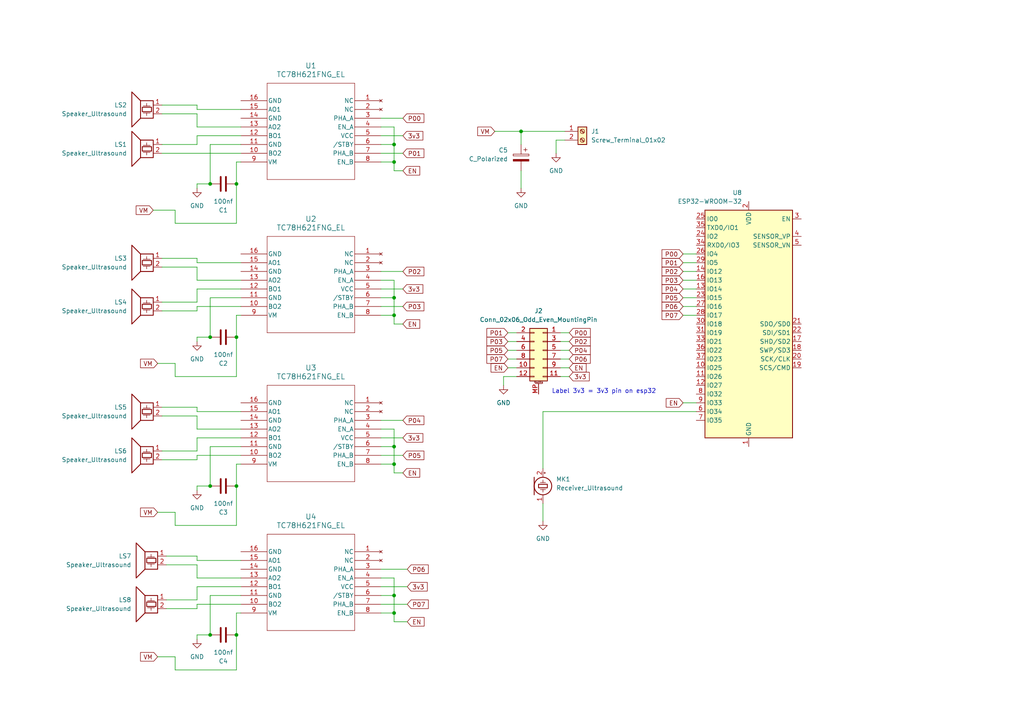
<source format=kicad_sch>
(kicad_sch (version 20230121) (generator eeschema)

  (uuid 5ffada42-c02d-4f1f-a003-6b857e6f26e9)

  (paper "A4")

  (lib_symbols
    (symbol "2023-12-14_15-02-59:TC78H621FNG_EL" (pin_names (offset 0.254)) (in_bom yes) (on_board yes)
      (property "Reference" "U" (at 20.32 10.16 0)
        (effects (font (size 1.524 1.524)))
      )
      (property "Value" "TC78H621FNG_EL" (at 20.32 7.62 0)
        (effects (font (size 1.524 1.524)))
      )
      (property "Footprint" "P-TSSOP16-0505-0p65-001_TOS" (at 0 0 0)
        (effects (font (size 1.27 1.27) italic) hide)
      )
      (property "Datasheet" "TC78H621FNG_EL" (at 0 0 0)
        (effects (font (size 1.27 1.27) italic) hide)
      )
      (property "ki_locked" "" (at 0 0 0)
        (effects (font (size 1.27 1.27)))
      )
      (property "ki_keywords" "TC78H621FNG,EL" (at 0 0 0)
        (effects (font (size 1.27 1.27)) hide)
      )
      (property "ki_fp_filters" "P-TSSOP16-0505-0p65-001_TOS P-TSSOP16-0505-0p65-001_TOS-M P-TSSOP16-0505-0p65-001_TOS-L" (at 0 0 0)
        (effects (font (size 1.27 1.27)) hide)
      )
      (symbol "TC78H621FNG_EL_0_1"
        (polyline
          (pts
            (xy 7.62 -22.86)
            (xy 33.02 -22.86)
          )
          (stroke (width 0.127) (type default))
          (fill (type none))
        )
        (polyline
          (pts
            (xy 7.62 5.08)
            (xy 7.62 -22.86)
          )
          (stroke (width 0.127) (type default))
          (fill (type none))
        )
        (polyline
          (pts
            (xy 33.02 -22.86)
            (xy 33.02 5.08)
          )
          (stroke (width 0.127) (type default))
          (fill (type none))
        )
        (polyline
          (pts
            (xy 33.02 5.08)
            (xy 7.62 5.08)
          )
          (stroke (width 0.127) (type default))
          (fill (type none))
        )
        (pin no_connect line (at 0 0 0) (length 7.62)
          (name "NC" (effects (font (size 1.27 1.27))))
          (number "1" (effects (font (size 1.27 1.27))))
        )
        (pin bidirectional line (at 40.64 -15.24 180) (length 7.62)
          (name "BO2" (effects (font (size 1.27 1.27))))
          (number "10" (effects (font (size 1.27 1.27))))
        )
        (pin power_out line (at 40.64 -12.7 180) (length 7.62)
          (name "GND" (effects (font (size 1.27 1.27))))
          (number "11" (effects (font (size 1.27 1.27))))
        )
        (pin bidirectional line (at 40.64 -10.16 180) (length 7.62)
          (name "BO1" (effects (font (size 1.27 1.27))))
          (number "12" (effects (font (size 1.27 1.27))))
        )
        (pin bidirectional line (at 40.64 -7.62 180) (length 7.62)
          (name "AO2" (effects (font (size 1.27 1.27))))
          (number "13" (effects (font (size 1.27 1.27))))
        )
        (pin power_out line (at 40.64 -5.08 180) (length 7.62)
          (name "GND" (effects (font (size 1.27 1.27))))
          (number "14" (effects (font (size 1.27 1.27))))
        )
        (pin bidirectional line (at 40.64 -2.54 180) (length 7.62)
          (name "AO1" (effects (font (size 1.27 1.27))))
          (number "15" (effects (font (size 1.27 1.27))))
        )
        (pin power_out line (at 40.64 0 180) (length 7.62)
          (name "GND" (effects (font (size 1.27 1.27))))
          (number "16" (effects (font (size 1.27 1.27))))
        )
        (pin no_connect line (at 0 -2.54 0) (length 7.62)
          (name "NC" (effects (font (size 1.27 1.27))))
          (number "2" (effects (font (size 1.27 1.27))))
        )
        (pin unspecified line (at 0 -5.08 0) (length 7.62)
          (name "PHA_A" (effects (font (size 1.27 1.27))))
          (number "3" (effects (font (size 1.27 1.27))))
        )
        (pin unspecified line (at 0 -7.62 0) (length 7.62)
          (name "EN_A" (effects (font (size 1.27 1.27))))
          (number "4" (effects (font (size 1.27 1.27))))
        )
        (pin power_in line (at 0 -10.16 0) (length 7.62)
          (name "VCC" (effects (font (size 1.27 1.27))))
          (number "5" (effects (font (size 1.27 1.27))))
        )
        (pin unspecified line (at 0 -12.7 0) (length 7.62)
          (name "/STBY" (effects (font (size 1.27 1.27))))
          (number "6" (effects (font (size 1.27 1.27))))
        )
        (pin unspecified line (at 0 -15.24 0) (length 7.62)
          (name "PHA_B" (effects (font (size 1.27 1.27))))
          (number "7" (effects (font (size 1.27 1.27))))
        )
        (pin unspecified line (at 0 -17.78 0) (length 7.62)
          (name "EN_B" (effects (font (size 1.27 1.27))))
          (number "8" (effects (font (size 1.27 1.27))))
        )
        (pin unspecified line (at 40.64 -17.78 180) (length 7.62)
          (name "VM" (effects (font (size 1.27 1.27))))
          (number "9" (effects (font (size 1.27 1.27))))
        )
      )
    )
    (symbol "Connector:Screw_Terminal_01x02" (pin_names (offset 1.016) hide) (in_bom yes) (on_board yes)
      (property "Reference" "J" (at 0 2.54 0)
        (effects (font (size 1.27 1.27)))
      )
      (property "Value" "Screw_Terminal_01x02" (at 0 -5.08 0)
        (effects (font (size 1.27 1.27)))
      )
      (property "Footprint" "" (at 0 0 0)
        (effects (font (size 1.27 1.27)) hide)
      )
      (property "Datasheet" "~" (at 0 0 0)
        (effects (font (size 1.27 1.27)) hide)
      )
      (property "ki_keywords" "screw terminal" (at 0 0 0)
        (effects (font (size 1.27 1.27)) hide)
      )
      (property "ki_description" "Generic screw terminal, single row, 01x02, script generated (kicad-library-utils/schlib/autogen/connector/)" (at 0 0 0)
        (effects (font (size 1.27 1.27)) hide)
      )
      (property "ki_fp_filters" "TerminalBlock*:*" (at 0 0 0)
        (effects (font (size 1.27 1.27)) hide)
      )
      (symbol "Screw_Terminal_01x02_1_1"
        (rectangle (start -1.27 1.27) (end 1.27 -3.81)
          (stroke (width 0.254) (type default))
          (fill (type background))
        )
        (circle (center 0 -2.54) (radius 0.635)
          (stroke (width 0.1524) (type default))
          (fill (type none))
        )
        (polyline
          (pts
            (xy -0.5334 -2.2098)
            (xy 0.3302 -3.048)
          )
          (stroke (width 0.1524) (type default))
          (fill (type none))
        )
        (polyline
          (pts
            (xy -0.5334 0.3302)
            (xy 0.3302 -0.508)
          )
          (stroke (width 0.1524) (type default))
          (fill (type none))
        )
        (polyline
          (pts
            (xy -0.3556 -2.032)
            (xy 0.508 -2.8702)
          )
          (stroke (width 0.1524) (type default))
          (fill (type none))
        )
        (polyline
          (pts
            (xy -0.3556 0.508)
            (xy 0.508 -0.3302)
          )
          (stroke (width 0.1524) (type default))
          (fill (type none))
        )
        (circle (center 0 0) (radius 0.635)
          (stroke (width 0.1524) (type default))
          (fill (type none))
        )
        (pin passive line (at -5.08 0 0) (length 3.81)
          (name "Pin_1" (effects (font (size 1.27 1.27))))
          (number "1" (effects (font (size 1.27 1.27))))
        )
        (pin passive line (at -5.08 -2.54 0) (length 3.81)
          (name "Pin_2" (effects (font (size 1.27 1.27))))
          (number "2" (effects (font (size 1.27 1.27))))
        )
      )
    )
    (symbol "Connector_Generic_MountingPin:Conn_02x06_Odd_Even_MountingPin" (pin_names (offset 1.016) hide) (in_bom yes) (on_board yes)
      (property "Reference" "J" (at 1.27 7.62 0)
        (effects (font (size 1.27 1.27)))
      )
      (property "Value" "Conn_02x06_Odd_Even_MountingPin" (at 2.54 -10.16 0)
        (effects (font (size 1.27 1.27)) (justify left))
      )
      (property "Footprint" "" (at 0 0 0)
        (effects (font (size 1.27 1.27)) hide)
      )
      (property "Datasheet" "~" (at 0 0 0)
        (effects (font (size 1.27 1.27)) hide)
      )
      (property "ki_keywords" "connector" (at 0 0 0)
        (effects (font (size 1.27 1.27)) hide)
      )
      (property "ki_description" "Generic connectable mounting pin connector, double row, 02x06, odd/even pin numbering scheme (row 1 odd numbers, row 2 even numbers), script generated (kicad-library-utils/schlib/autogen/connector/)" (at 0 0 0)
        (effects (font (size 1.27 1.27)) hide)
      )
      (property "ki_fp_filters" "Connector*:*_2x??-1MP*" (at 0 0 0)
        (effects (font (size 1.27 1.27)) hide)
      )
      (symbol "Conn_02x06_Odd_Even_MountingPin_1_1"
        (rectangle (start -1.27 -7.493) (end 0 -7.747)
          (stroke (width 0.1524) (type default))
          (fill (type none))
        )
        (rectangle (start -1.27 -4.953) (end 0 -5.207)
          (stroke (width 0.1524) (type default))
          (fill (type none))
        )
        (rectangle (start -1.27 -2.413) (end 0 -2.667)
          (stroke (width 0.1524) (type default))
          (fill (type none))
        )
        (rectangle (start -1.27 0.127) (end 0 -0.127)
          (stroke (width 0.1524) (type default))
          (fill (type none))
        )
        (rectangle (start -1.27 2.667) (end 0 2.413)
          (stroke (width 0.1524) (type default))
          (fill (type none))
        )
        (rectangle (start -1.27 5.207) (end 0 4.953)
          (stroke (width 0.1524) (type default))
          (fill (type none))
        )
        (rectangle (start -1.27 6.35) (end 3.81 -8.89)
          (stroke (width 0.254) (type default))
          (fill (type background))
        )
        (polyline
          (pts
            (xy 0.254 -9.652)
            (xy 2.286 -9.652)
          )
          (stroke (width 0.1524) (type default))
          (fill (type none))
        )
        (rectangle (start 3.81 -7.493) (end 2.54 -7.747)
          (stroke (width 0.1524) (type default))
          (fill (type none))
        )
        (rectangle (start 3.81 -4.953) (end 2.54 -5.207)
          (stroke (width 0.1524) (type default))
          (fill (type none))
        )
        (rectangle (start 3.81 -2.413) (end 2.54 -2.667)
          (stroke (width 0.1524) (type default))
          (fill (type none))
        )
        (rectangle (start 3.81 0.127) (end 2.54 -0.127)
          (stroke (width 0.1524) (type default))
          (fill (type none))
        )
        (rectangle (start 3.81 2.667) (end 2.54 2.413)
          (stroke (width 0.1524) (type default))
          (fill (type none))
        )
        (rectangle (start 3.81 5.207) (end 2.54 4.953)
          (stroke (width 0.1524) (type default))
          (fill (type none))
        )
        (text "Mounting" (at 1.27 -9.271 0)
          (effects (font (size 0.381 0.381)))
        )
        (pin passive line (at -5.08 5.08 0) (length 3.81)
          (name "Pin_1" (effects (font (size 1.27 1.27))))
          (number "1" (effects (font (size 1.27 1.27))))
        )
        (pin passive line (at 7.62 -5.08 180) (length 3.81)
          (name "Pin_10" (effects (font (size 1.27 1.27))))
          (number "10" (effects (font (size 1.27 1.27))))
        )
        (pin passive line (at -5.08 -7.62 0) (length 3.81)
          (name "Pin_11" (effects (font (size 1.27 1.27))))
          (number "11" (effects (font (size 1.27 1.27))))
        )
        (pin passive line (at 7.62 -7.62 180) (length 3.81)
          (name "Pin_12" (effects (font (size 1.27 1.27))))
          (number "12" (effects (font (size 1.27 1.27))))
        )
        (pin passive line (at 7.62 5.08 180) (length 3.81)
          (name "Pin_2" (effects (font (size 1.27 1.27))))
          (number "2" (effects (font (size 1.27 1.27))))
        )
        (pin passive line (at -5.08 2.54 0) (length 3.81)
          (name "Pin_3" (effects (font (size 1.27 1.27))))
          (number "3" (effects (font (size 1.27 1.27))))
        )
        (pin passive line (at 7.62 2.54 180) (length 3.81)
          (name "Pin_4" (effects (font (size 1.27 1.27))))
          (number "4" (effects (font (size 1.27 1.27))))
        )
        (pin passive line (at -5.08 0 0) (length 3.81)
          (name "Pin_5" (effects (font (size 1.27 1.27))))
          (number "5" (effects (font (size 1.27 1.27))))
        )
        (pin passive line (at 7.62 0 180) (length 3.81)
          (name "Pin_6" (effects (font (size 1.27 1.27))))
          (number "6" (effects (font (size 1.27 1.27))))
        )
        (pin passive line (at -5.08 -2.54 0) (length 3.81)
          (name "Pin_7" (effects (font (size 1.27 1.27))))
          (number "7" (effects (font (size 1.27 1.27))))
        )
        (pin passive line (at 7.62 -2.54 180) (length 3.81)
          (name "Pin_8" (effects (font (size 1.27 1.27))))
          (number "8" (effects (font (size 1.27 1.27))))
        )
        (pin passive line (at -5.08 -5.08 0) (length 3.81)
          (name "Pin_9" (effects (font (size 1.27 1.27))))
          (number "9" (effects (font (size 1.27 1.27))))
        )
        (pin passive line (at 1.27 -12.7 90) (length 3.048)
          (name "MountPin" (effects (font (size 1.27 1.27))))
          (number "MP" (effects (font (size 1.27 1.27))))
        )
      )
    )
    (symbol "Device:C" (pin_numbers hide) (pin_names (offset 0.254)) (in_bom yes) (on_board yes)
      (property "Reference" "C" (at 0.635 2.54 0)
        (effects (font (size 1.27 1.27)) (justify left))
      )
      (property "Value" "C" (at 0.635 -2.54 0)
        (effects (font (size 1.27 1.27)) (justify left))
      )
      (property "Footprint" "" (at 0.9652 -3.81 0)
        (effects (font (size 1.27 1.27)) hide)
      )
      (property "Datasheet" "~" (at 0 0 0)
        (effects (font (size 1.27 1.27)) hide)
      )
      (property "ki_keywords" "cap capacitor" (at 0 0 0)
        (effects (font (size 1.27 1.27)) hide)
      )
      (property "ki_description" "Unpolarized capacitor" (at 0 0 0)
        (effects (font (size 1.27 1.27)) hide)
      )
      (property "ki_fp_filters" "C_*" (at 0 0 0)
        (effects (font (size 1.27 1.27)) hide)
      )
      (symbol "C_0_1"
        (polyline
          (pts
            (xy -2.032 -0.762)
            (xy 2.032 -0.762)
          )
          (stroke (width 0.508) (type default))
          (fill (type none))
        )
        (polyline
          (pts
            (xy -2.032 0.762)
            (xy 2.032 0.762)
          )
          (stroke (width 0.508) (type default))
          (fill (type none))
        )
      )
      (symbol "C_1_1"
        (pin passive line (at 0 3.81 270) (length 2.794)
          (name "~" (effects (font (size 1.27 1.27))))
          (number "1" (effects (font (size 1.27 1.27))))
        )
        (pin passive line (at 0 -3.81 90) (length 2.794)
          (name "~" (effects (font (size 1.27 1.27))))
          (number "2" (effects (font (size 1.27 1.27))))
        )
      )
    )
    (symbol "Device:C_Polarized" (pin_numbers hide) (pin_names (offset 0.254)) (in_bom yes) (on_board yes)
      (property "Reference" "C" (at 0.635 2.54 0)
        (effects (font (size 1.27 1.27)) (justify left))
      )
      (property "Value" "C_Polarized" (at 0.635 -2.54 0)
        (effects (font (size 1.27 1.27)) (justify left))
      )
      (property "Footprint" "" (at 0.9652 -3.81 0)
        (effects (font (size 1.27 1.27)) hide)
      )
      (property "Datasheet" "~" (at 0 0 0)
        (effects (font (size 1.27 1.27)) hide)
      )
      (property "ki_keywords" "cap capacitor" (at 0 0 0)
        (effects (font (size 1.27 1.27)) hide)
      )
      (property "ki_description" "Polarized capacitor" (at 0 0 0)
        (effects (font (size 1.27 1.27)) hide)
      )
      (property "ki_fp_filters" "CP_*" (at 0 0 0)
        (effects (font (size 1.27 1.27)) hide)
      )
      (symbol "C_Polarized_0_1"
        (rectangle (start -2.286 0.508) (end 2.286 1.016)
          (stroke (width 0) (type default))
          (fill (type none))
        )
        (polyline
          (pts
            (xy -1.778 2.286)
            (xy -0.762 2.286)
          )
          (stroke (width 0) (type default))
          (fill (type none))
        )
        (polyline
          (pts
            (xy -1.27 2.794)
            (xy -1.27 1.778)
          )
          (stroke (width 0) (type default))
          (fill (type none))
        )
        (rectangle (start 2.286 -0.508) (end -2.286 -1.016)
          (stroke (width 0) (type default))
          (fill (type outline))
        )
      )
      (symbol "C_Polarized_1_1"
        (pin passive line (at 0 3.81 270) (length 2.794)
          (name "~" (effects (font (size 1.27 1.27))))
          (number "1" (effects (font (size 1.27 1.27))))
        )
        (pin passive line (at 0 -3.81 90) (length 2.794)
          (name "~" (effects (font (size 1.27 1.27))))
          (number "2" (effects (font (size 1.27 1.27))))
        )
      )
    )
    (symbol "Device:Microphone_Ultrasound" (pin_names (offset 0.0254) hide) (in_bom yes) (on_board yes)
      (property "Reference" "MK" (at -3.81 1.143 0)
        (effects (font (size 1.27 1.27)) (justify right))
      )
      (property "Value" "Microphone_Ultrasound" (at -3.81 -0.762 0)
        (effects (font (size 1.27 1.27)) (justify right))
      )
      (property "Footprint" "" (at 1.27 -1.778 90)
        (effects (font (size 1.27 1.27)) (justify left) hide)
      )
      (property "Datasheet" "~" (at 0 2.54 90)
        (effects (font (size 1.27 1.27)) hide)
      )
      (property "ki_keywords" "microphone ultrasound crystal" (at 0 0 0)
        (effects (font (size 1.27 1.27)) hide)
      )
      (property "ki_description" "Ultrasound receiver" (at 0 0 0)
        (effects (font (size 1.27 1.27)) hide)
      )
      (symbol "Microphone_Ultrasound_0_1"
        (rectangle (start -1.27 0.508) (end 1.27 -0.508)
          (stroke (width 0.254) (type default))
          (fill (type none))
        )
        (polyline
          (pts
            (xy -2.54 2.54)
            (xy -2.54 -2.54)
          )
          (stroke (width 0.254) (type default))
          (fill (type none))
        )
        (polyline
          (pts
            (xy -0.762 -1.016)
            (xy 0.762 -1.016)
          )
          (stroke (width 0) (type default))
          (fill (type none))
        )
        (polyline
          (pts
            (xy -0.762 1.016)
            (xy 0.762 1.016)
          )
          (stroke (width 0) (type default))
          (fill (type none))
        )
        (polyline
          (pts
            (xy 0 -1.016)
            (xy 0 -1.778)
          )
          (stroke (width 0) (type default))
          (fill (type none))
        )
        (polyline
          (pts
            (xy 0 1.016)
            (xy 0 1.778)
          )
          (stroke (width 0) (type default))
          (fill (type none))
        )
        (polyline
          (pts
            (xy 0.254 3.81)
            (xy 0.762 3.81)
          )
          (stroke (width 0) (type default))
          (fill (type none))
        )
        (polyline
          (pts
            (xy 0.508 4.064)
            (xy 0.508 3.556)
          )
          (stroke (width 0) (type default))
          (fill (type none))
        )
        (circle (center 0 0) (radius 2.54)
          (stroke (width 0.254) (type default))
          (fill (type none))
        )
      )
      (symbol "Microphone_Ultrasound_1_1"
        (pin passive line (at 0 -5.08 90) (length 2.54)
          (name "-" (effects (font (size 1.27 1.27))))
          (number "1" (effects (font (size 1.27 1.27))))
        )
        (pin passive line (at 0 5.08 270) (length 2.54)
          (name "+" (effects (font (size 1.27 1.27))))
          (number "2" (effects (font (size 1.27 1.27))))
        )
      )
    )
    (symbol "Device:Speaker_Ultrasound" (pin_names (offset 0) hide) (in_bom yes) (on_board yes)
      (property "Reference" "LS" (at 0.635 5.715 0)
        (effects (font (size 1.27 1.27)) (justify right))
      )
      (property "Value" "Speaker_Ultrasound" (at 0.635 3.81 0)
        (effects (font (size 1.27 1.27)) (justify right))
      )
      (property "Footprint" "" (at -0.889 -1.27 0)
        (effects (font (size 1.27 1.27)) hide)
      )
      (property "Datasheet" "~" (at -0.889 -1.27 0)
        (effects (font (size 1.27 1.27)) hide)
      )
      (property "ki_keywords" "crystal speaker ultrasonic transducer" (at 0 0 0)
        (effects (font (size 1.27 1.27)) hide)
      )
      (property "ki_description" "Ultrasonic transducer" (at 0 0 0)
        (effects (font (size 1.27 1.27)) hide)
      )
      (symbol "Speaker_Ultrasound_0_0"
        (rectangle (start -2.54 1.27) (end 1.143 -3.81)
          (stroke (width 0.254) (type default))
          (fill (type none))
        )
        (rectangle (start -2.032 -0.635) (end 0.635 -1.905)
          (stroke (width 0.254) (type default))
          (fill (type none))
        )
        (polyline
          (pts
            (xy -1.651 -2.286)
            (xy 0.381 -2.286)
          )
          (stroke (width 0) (type default))
          (fill (type none))
        )
        (polyline
          (pts
            (xy -1.651 -0.254)
            (xy 0.381 -0.254)
          )
          (stroke (width 0) (type default))
          (fill (type none))
        )
        (polyline
          (pts
            (xy -0.635 -2.286)
            (xy -0.635 -3.048)
          )
          (stroke (width 0) (type default))
          (fill (type none))
        )
        (polyline
          (pts
            (xy -0.635 -0.254)
            (xy -0.635 0.508)
          )
          (stroke (width 0) (type default))
          (fill (type none))
        )
        (polyline
          (pts
            (xy 1.143 1.27)
            (xy 3.683 3.81)
            (xy 3.683 -6.35)
            (xy 1.143 -3.81)
          )
          (stroke (width 0.254) (type default))
          (fill (type none))
        )
      )
      (symbol "Speaker_Ultrasound_1_1"
        (pin input line (at -5.08 0 0) (length 2.54)
          (name "1" (effects (font (size 1.27 1.27))))
          (number "1" (effects (font (size 1.27 1.27))))
        )
        (pin input line (at -5.08 -2.54 0) (length 2.54)
          (name "2" (effects (font (size 1.27 1.27))))
          (number "2" (effects (font (size 1.27 1.27))))
        )
      )
    )
    (symbol "RF_Module:ESP32-WROOM-32" (in_bom yes) (on_board yes)
      (property "Reference" "U" (at -12.7 34.29 0)
        (effects (font (size 1.27 1.27)) (justify left))
      )
      (property "Value" "ESP32-WROOM-32" (at 1.27 34.29 0)
        (effects (font (size 1.27 1.27)) (justify left))
      )
      (property "Footprint" "RF_Module:ESP32-WROOM-32" (at 0 -38.1 0)
        (effects (font (size 1.27 1.27)) hide)
      )
      (property "Datasheet" "https://www.espressif.com/sites/default/files/documentation/esp32-wroom-32_datasheet_en.pdf" (at -7.62 1.27 0)
        (effects (font (size 1.27 1.27)) hide)
      )
      (property "ki_keywords" "RF Radio BT ESP ESP32 Espressif onboard PCB antenna" (at 0 0 0)
        (effects (font (size 1.27 1.27)) hide)
      )
      (property "ki_description" "RF Module, ESP32-D0WDQ6 SoC, Wi-Fi 802.11b/g/n, Bluetooth, BLE, 32-bit, 2.7-3.6V, onboard antenna, SMD" (at 0 0 0)
        (effects (font (size 1.27 1.27)) hide)
      )
      (property "ki_fp_filters" "ESP32?WROOM?32*" (at 0 0 0)
        (effects (font (size 1.27 1.27)) hide)
      )
      (symbol "ESP32-WROOM-32_0_1"
        (rectangle (start -12.7 33.02) (end 12.7 -33.02)
          (stroke (width 0.254) (type default))
          (fill (type background))
        )
      )
      (symbol "ESP32-WROOM-32_1_1"
        (pin power_in line (at 0 -35.56 90) (length 2.54)
          (name "GND" (effects (font (size 1.27 1.27))))
          (number "1" (effects (font (size 1.27 1.27))))
        )
        (pin bidirectional line (at 15.24 -12.7 180) (length 2.54)
          (name "IO25" (effects (font (size 1.27 1.27))))
          (number "10" (effects (font (size 1.27 1.27))))
        )
        (pin bidirectional line (at 15.24 -15.24 180) (length 2.54)
          (name "IO26" (effects (font (size 1.27 1.27))))
          (number "11" (effects (font (size 1.27 1.27))))
        )
        (pin bidirectional line (at 15.24 -17.78 180) (length 2.54)
          (name "IO27" (effects (font (size 1.27 1.27))))
          (number "12" (effects (font (size 1.27 1.27))))
        )
        (pin bidirectional line (at 15.24 10.16 180) (length 2.54)
          (name "IO14" (effects (font (size 1.27 1.27))))
          (number "13" (effects (font (size 1.27 1.27))))
        )
        (pin bidirectional line (at 15.24 15.24 180) (length 2.54)
          (name "IO12" (effects (font (size 1.27 1.27))))
          (number "14" (effects (font (size 1.27 1.27))))
        )
        (pin passive line (at 0 -35.56 90) (length 2.54) hide
          (name "GND" (effects (font (size 1.27 1.27))))
          (number "15" (effects (font (size 1.27 1.27))))
        )
        (pin bidirectional line (at 15.24 12.7 180) (length 2.54)
          (name "IO13" (effects (font (size 1.27 1.27))))
          (number "16" (effects (font (size 1.27 1.27))))
        )
        (pin bidirectional line (at -15.24 -5.08 0) (length 2.54)
          (name "SHD/SD2" (effects (font (size 1.27 1.27))))
          (number "17" (effects (font (size 1.27 1.27))))
        )
        (pin bidirectional line (at -15.24 -7.62 0) (length 2.54)
          (name "SWP/SD3" (effects (font (size 1.27 1.27))))
          (number "18" (effects (font (size 1.27 1.27))))
        )
        (pin bidirectional line (at -15.24 -12.7 0) (length 2.54)
          (name "SCS/CMD" (effects (font (size 1.27 1.27))))
          (number "19" (effects (font (size 1.27 1.27))))
        )
        (pin power_in line (at 0 35.56 270) (length 2.54)
          (name "VDD" (effects (font (size 1.27 1.27))))
          (number "2" (effects (font (size 1.27 1.27))))
        )
        (pin bidirectional line (at -15.24 -10.16 0) (length 2.54)
          (name "SCK/CLK" (effects (font (size 1.27 1.27))))
          (number "20" (effects (font (size 1.27 1.27))))
        )
        (pin bidirectional line (at -15.24 0 0) (length 2.54)
          (name "SDO/SD0" (effects (font (size 1.27 1.27))))
          (number "21" (effects (font (size 1.27 1.27))))
        )
        (pin bidirectional line (at -15.24 -2.54 0) (length 2.54)
          (name "SDI/SD1" (effects (font (size 1.27 1.27))))
          (number "22" (effects (font (size 1.27 1.27))))
        )
        (pin bidirectional line (at 15.24 7.62 180) (length 2.54)
          (name "IO15" (effects (font (size 1.27 1.27))))
          (number "23" (effects (font (size 1.27 1.27))))
        )
        (pin bidirectional line (at 15.24 25.4 180) (length 2.54)
          (name "IO2" (effects (font (size 1.27 1.27))))
          (number "24" (effects (font (size 1.27 1.27))))
        )
        (pin bidirectional line (at 15.24 30.48 180) (length 2.54)
          (name "IO0" (effects (font (size 1.27 1.27))))
          (number "25" (effects (font (size 1.27 1.27))))
        )
        (pin bidirectional line (at 15.24 20.32 180) (length 2.54)
          (name "IO4" (effects (font (size 1.27 1.27))))
          (number "26" (effects (font (size 1.27 1.27))))
        )
        (pin bidirectional line (at 15.24 5.08 180) (length 2.54)
          (name "IO16" (effects (font (size 1.27 1.27))))
          (number "27" (effects (font (size 1.27 1.27))))
        )
        (pin bidirectional line (at 15.24 2.54 180) (length 2.54)
          (name "IO17" (effects (font (size 1.27 1.27))))
          (number "28" (effects (font (size 1.27 1.27))))
        )
        (pin bidirectional line (at 15.24 17.78 180) (length 2.54)
          (name "IO5" (effects (font (size 1.27 1.27))))
          (number "29" (effects (font (size 1.27 1.27))))
        )
        (pin input line (at -15.24 30.48 0) (length 2.54)
          (name "EN" (effects (font (size 1.27 1.27))))
          (number "3" (effects (font (size 1.27 1.27))))
        )
        (pin bidirectional line (at 15.24 0 180) (length 2.54)
          (name "IO18" (effects (font (size 1.27 1.27))))
          (number "30" (effects (font (size 1.27 1.27))))
        )
        (pin bidirectional line (at 15.24 -2.54 180) (length 2.54)
          (name "IO19" (effects (font (size 1.27 1.27))))
          (number "31" (effects (font (size 1.27 1.27))))
        )
        (pin no_connect line (at -12.7 -27.94 0) (length 2.54) hide
          (name "NC" (effects (font (size 1.27 1.27))))
          (number "32" (effects (font (size 1.27 1.27))))
        )
        (pin bidirectional line (at 15.24 -5.08 180) (length 2.54)
          (name "IO21" (effects (font (size 1.27 1.27))))
          (number "33" (effects (font (size 1.27 1.27))))
        )
        (pin bidirectional line (at 15.24 22.86 180) (length 2.54)
          (name "RXD0/IO3" (effects (font (size 1.27 1.27))))
          (number "34" (effects (font (size 1.27 1.27))))
        )
        (pin bidirectional line (at 15.24 27.94 180) (length 2.54)
          (name "TXD0/IO1" (effects (font (size 1.27 1.27))))
          (number "35" (effects (font (size 1.27 1.27))))
        )
        (pin bidirectional line (at 15.24 -7.62 180) (length 2.54)
          (name "IO22" (effects (font (size 1.27 1.27))))
          (number "36" (effects (font (size 1.27 1.27))))
        )
        (pin bidirectional line (at 15.24 -10.16 180) (length 2.54)
          (name "IO23" (effects (font (size 1.27 1.27))))
          (number "37" (effects (font (size 1.27 1.27))))
        )
        (pin passive line (at 0 -35.56 90) (length 2.54) hide
          (name "GND" (effects (font (size 1.27 1.27))))
          (number "38" (effects (font (size 1.27 1.27))))
        )
        (pin passive line (at 0 -35.56 90) (length 2.54) hide
          (name "GND" (effects (font (size 1.27 1.27))))
          (number "39" (effects (font (size 1.27 1.27))))
        )
        (pin input line (at -15.24 25.4 0) (length 2.54)
          (name "SENSOR_VP" (effects (font (size 1.27 1.27))))
          (number "4" (effects (font (size 1.27 1.27))))
        )
        (pin input line (at -15.24 22.86 0) (length 2.54)
          (name "SENSOR_VN" (effects (font (size 1.27 1.27))))
          (number "5" (effects (font (size 1.27 1.27))))
        )
        (pin input line (at 15.24 -25.4 180) (length 2.54)
          (name "IO34" (effects (font (size 1.27 1.27))))
          (number "6" (effects (font (size 1.27 1.27))))
        )
        (pin input line (at 15.24 -27.94 180) (length 2.54)
          (name "IO35" (effects (font (size 1.27 1.27))))
          (number "7" (effects (font (size 1.27 1.27))))
        )
        (pin bidirectional line (at 15.24 -20.32 180) (length 2.54)
          (name "IO32" (effects (font (size 1.27 1.27))))
          (number "8" (effects (font (size 1.27 1.27))))
        )
        (pin bidirectional line (at 15.24 -22.86 180) (length 2.54)
          (name "IO33" (effects (font (size 1.27 1.27))))
          (number "9" (effects (font (size 1.27 1.27))))
        )
      )
    )
    (symbol "power:GND" (power) (pin_names (offset 0)) (in_bom yes) (on_board yes)
      (property "Reference" "#PWR" (at 0 -6.35 0)
        (effects (font (size 1.27 1.27)) hide)
      )
      (property "Value" "GND" (at 0 -3.81 0)
        (effects (font (size 1.27 1.27)))
      )
      (property "Footprint" "" (at 0 0 0)
        (effects (font (size 1.27 1.27)) hide)
      )
      (property "Datasheet" "" (at 0 0 0)
        (effects (font (size 1.27 1.27)) hide)
      )
      (property "ki_keywords" "global power" (at 0 0 0)
        (effects (font (size 1.27 1.27)) hide)
      )
      (property "ki_description" "Power symbol creates a global label with name \"GND\" , ground" (at 0 0 0)
        (effects (font (size 1.27 1.27)) hide)
      )
      (symbol "GND_0_1"
        (polyline
          (pts
            (xy 0 0)
            (xy 0 -1.27)
            (xy 1.27 -1.27)
            (xy 0 -2.54)
            (xy -1.27 -1.27)
            (xy 0 -1.27)
          )
          (stroke (width 0) (type default))
          (fill (type none))
        )
      )
      (symbol "GND_1_1"
        (pin power_in line (at 0 0 270) (length 0) hide
          (name "GND" (effects (font (size 1.27 1.27))))
          (number "1" (effects (font (size 1.27 1.27))))
        )
      )
    )
  )

  (junction (at 68.58 53.34) (diameter 0) (color 0 0 0 0)
    (uuid 03894c80-90b2-4e14-8d7a-5ab41febf535)
  )
  (junction (at 60.96 140.97) (diameter 0) (color 0 0 0 0)
    (uuid 1ed6171b-849c-446e-bf56-ea046875c4b9)
  )
  (junction (at 114.3 129.54) (diameter 0) (color 0 0 0 0)
    (uuid 1fed5e0d-5534-4446-aa41-dc220fe5c143)
  )
  (junction (at 68.58 140.97) (diameter 0) (color 0 0 0 0)
    (uuid 432058b5-a482-42f3-a5b2-f123fa95586c)
  )
  (junction (at 114.3 177.8) (diameter 0) (color 0 0 0 0)
    (uuid 44d505c5-7ff1-4545-98cd-f1f724714386)
  )
  (junction (at 114.3 41.91) (diameter 0) (color 0 0 0 0)
    (uuid 67bccba8-cb4c-40ec-8d64-c24bdd28f637)
  )
  (junction (at 60.96 53.34) (diameter 0) (color 0 0 0 0)
    (uuid 6c220612-b092-46db-b2a5-de6f94733b54)
  )
  (junction (at 114.3 172.72) (diameter 0) (color 0 0 0 0)
    (uuid 93e5dc2d-5462-4b82-b17d-17a9d3708def)
  )
  (junction (at 114.3 134.62) (diameter 0) (color 0 0 0 0)
    (uuid 9530e927-badd-4702-bd4e-132625676e85)
  )
  (junction (at 60.96 97.79) (diameter 0) (color 0 0 0 0)
    (uuid 983bae15-6cbb-4192-b3cf-1e29fcffd336)
  )
  (junction (at 114.3 86.36) (diameter 0) (color 0 0 0 0)
    (uuid a7036f22-a2db-4cab-b27d-7d583a822d79)
  )
  (junction (at 60.96 184.15) (diameter 0) (color 0 0 0 0)
    (uuid a9b2ef52-97de-4623-ac21-1303338d2fbe)
  )
  (junction (at 151.13 38.1) (diameter 0) (color 0 0 0 0)
    (uuid c4265615-f86b-4bb5-91a9-e2ab4e21fab8)
  )
  (junction (at 68.58 97.79) (diameter 0) (color 0 0 0 0)
    (uuid da85e660-aeab-40f8-b0bc-2e3f3a005c07)
  )
  (junction (at 114.3 46.99) (diameter 0) (color 0 0 0 0)
    (uuid e3517bbd-80d9-4060-9a95-3da640e3d574)
  )
  (junction (at 68.58 184.15) (diameter 0) (color 0 0 0 0)
    (uuid e97fc862-f20a-46be-9662-aad875b6ed2a)
  )
  (junction (at 114.3 91.44) (diameter 0) (color 0 0 0 0)
    (uuid f7551555-7457-4bca-bb96-7365a688893e)
  )

  (wire (pts (xy 57.15 97.79) (xy 60.96 97.79))
    (stroke (width 0) (type default))
    (uuid 013d9525-cf8b-42ca-a4cc-0f3850bebae0)
  )
  (wire (pts (xy 165.1 101.6) (xy 162.56 101.6))
    (stroke (width 0) (type default))
    (uuid 04d9c2d0-4ae2-43cd-b433-59542f1585b1)
  )
  (wire (pts (xy 114.3 46.99) (xy 114.3 41.91))
    (stroke (width 0) (type default))
    (uuid 0821e7f0-8157-437b-843e-a3282676f3ca)
  )
  (wire (pts (xy 69.85 177.8) (xy 68.58 177.8))
    (stroke (width 0) (type default))
    (uuid 095a3c4a-09fd-4d10-95a8-8e49e2b01a2a)
  )
  (wire (pts (xy 161.29 40.64) (xy 161.29 44.45))
    (stroke (width 0) (type default))
    (uuid 09f65ade-f4ea-43ed-84b8-40c71faa0881)
  )
  (wire (pts (xy 110.49 88.9) (xy 116.84 88.9))
    (stroke (width 0) (type default))
    (uuid 0d1fe0ae-b034-48ee-bd91-0993296c9ac7)
  )
  (wire (pts (xy 110.49 124.46) (xy 114.3 124.46))
    (stroke (width 0) (type default))
    (uuid 0d9c3e1e-6483-43f1-ad7b-6d457cb7dd44)
  )
  (wire (pts (xy 69.85 81.28) (xy 57.15 81.28))
    (stroke (width 0) (type default))
    (uuid 11871b3b-3362-45e8-a052-909a4c2b7a02)
  )
  (wire (pts (xy 44.45 60.96) (xy 50.8 60.96))
    (stroke (width 0) (type default))
    (uuid 14e83f2e-3383-4f7f-ad08-a78fd76a8f07)
  )
  (wire (pts (xy 57.15 162.56) (xy 57.15 161.29))
    (stroke (width 0) (type default))
    (uuid 15521487-f1a0-45d0-ba1c-911560971c62)
  )
  (wire (pts (xy 57.15 176.53) (xy 48.26 176.53))
    (stroke (width 0) (type default))
    (uuid 16e62585-4f4c-4660-b863-4cc374c0b3c7)
  )
  (wire (pts (xy 50.8 60.96) (xy 50.8 64.77))
    (stroke (width 0) (type default))
    (uuid 1a39e07e-539f-4d84-87e8-979fb23f4b57)
  )
  (wire (pts (xy 57.15 120.65) (xy 46.99 120.65))
    (stroke (width 0) (type default))
    (uuid 1a7bc85a-5669-4318-b91d-82e1b0df3aff)
  )
  (wire (pts (xy 198.12 81.28) (xy 201.93 81.28))
    (stroke (width 0) (type default))
    (uuid 1abe7cfc-4424-4ad5-9c68-9fa30910b4f8)
  )
  (wire (pts (xy 57.15 185.42) (xy 57.15 184.15))
    (stroke (width 0) (type default))
    (uuid 1c295dc0-f972-4077-818c-03443eeaf455)
  )
  (wire (pts (xy 114.3 129.54) (xy 114.3 134.62))
    (stroke (width 0) (type default))
    (uuid 1c74348c-6531-4055-97fc-4fd98a76ccab)
  )
  (wire (pts (xy 69.85 170.18) (xy 57.15 170.18))
    (stroke (width 0) (type default))
    (uuid 1dd49bfb-997c-4c78-aa85-6c7164a2dd63)
  )
  (wire (pts (xy 114.3 137.16) (xy 114.3 134.62))
    (stroke (width 0) (type default))
    (uuid 20d2571b-4710-4fa6-829d-9ff4002119ef)
  )
  (wire (pts (xy 57.15 167.64) (xy 57.15 163.83))
    (stroke (width 0) (type default))
    (uuid 25e9b5d0-6587-4a35-b74a-b621f1fce180)
  )
  (wire (pts (xy 60.96 97.79) (xy 60.96 86.36))
    (stroke (width 0) (type default))
    (uuid 27eae20c-559a-460c-b6e5-c6e8189c73fe)
  )
  (wire (pts (xy 198.12 76.2) (xy 201.93 76.2))
    (stroke (width 0) (type default))
    (uuid 2908f1ac-0b5b-4cfa-ab53-92b3c024c5cb)
  )
  (wire (pts (xy 143.51 38.1) (xy 151.13 38.1))
    (stroke (width 0) (type default))
    (uuid 29d379a5-90a5-497b-9956-101428b21a56)
  )
  (wire (pts (xy 110.49 44.45) (xy 116.84 44.45))
    (stroke (width 0) (type default))
    (uuid 2a4d3dc8-aeed-4221-815e-45b8feb171d2)
  )
  (wire (pts (xy 57.15 30.48) (xy 46.99 30.48))
    (stroke (width 0) (type default))
    (uuid 2a97d1ae-b2a6-4091-a108-6e1cd4126f13)
  )
  (wire (pts (xy 118.11 180.34) (xy 114.3 180.34))
    (stroke (width 0) (type default))
    (uuid 2d583fa5-1dba-49f6-a234-98d0621eef5e)
  )
  (wire (pts (xy 50.8 148.59) (xy 50.8 152.4))
    (stroke (width 0) (type default))
    (uuid 2e044415-9cc0-4576-9d22-9c990afd02a2)
  )
  (wire (pts (xy 57.15 33.02) (xy 46.99 33.02))
    (stroke (width 0) (type default))
    (uuid 2e1c3bff-0bed-46eb-8b1c-522b8fe2e14d)
  )
  (wire (pts (xy 57.15 173.99) (xy 48.26 173.99))
    (stroke (width 0) (type default))
    (uuid 2e21349b-d5c2-40c9-9524-4dad1aa6fd2b)
  )
  (wire (pts (xy 60.96 86.36) (xy 69.85 86.36))
    (stroke (width 0) (type default))
    (uuid 2ea77e30-0086-4e38-bd1b-77b579762665)
  )
  (wire (pts (xy 69.85 88.9) (xy 57.15 88.9))
    (stroke (width 0) (type default))
    (uuid 2fcf20b2-55db-4493-aab3-45ddb78c0780)
  )
  (wire (pts (xy 110.49 127) (xy 116.84 127))
    (stroke (width 0) (type default))
    (uuid 32f238a0-d8ad-4230-a429-08278b4995da)
  )
  (wire (pts (xy 110.49 167.64) (xy 114.3 167.64))
    (stroke (width 0) (type default))
    (uuid 351be0c8-4e1c-4a78-b557-adc1e06cc76b)
  )
  (wire (pts (xy 50.8 190.5) (xy 50.8 194.31))
    (stroke (width 0) (type default))
    (uuid 36d5ab83-bf50-4192-bc76-fe0532efb6ba)
  )
  (wire (pts (xy 69.85 132.08) (xy 57.15 132.08))
    (stroke (width 0) (type default))
    (uuid 38d43cee-b17b-4b85-bebc-9c7dfe5ced40)
  )
  (wire (pts (xy 45.72 105.41) (xy 50.8 105.41))
    (stroke (width 0) (type default))
    (uuid 3d7d51e9-e779-465b-aa6b-9325c19793df)
  )
  (wire (pts (xy 110.49 46.99) (xy 114.3 46.99))
    (stroke (width 0) (type default))
    (uuid 459aa9f1-d1ac-45d4-ab02-51cf6a799143)
  )
  (wire (pts (xy 69.85 124.46) (xy 57.15 124.46))
    (stroke (width 0) (type default))
    (uuid 464f6f2f-3e1b-448f-a785-7fb486367338)
  )
  (wire (pts (xy 45.72 148.59) (xy 50.8 148.59))
    (stroke (width 0) (type default))
    (uuid 4c0254a9-a3d6-451d-8693-e95a150b022d)
  )
  (wire (pts (xy 50.8 152.4) (xy 68.58 152.4))
    (stroke (width 0) (type default))
    (uuid 4c36432d-5d6a-4f3a-89cf-39abb09dacb4)
  )
  (wire (pts (xy 149.86 104.14) (xy 147.32 104.14))
    (stroke (width 0) (type default))
    (uuid 4eacc42e-62b9-4c84-96ea-be6beef10246)
  )
  (wire (pts (xy 60.96 129.54) (xy 69.85 129.54))
    (stroke (width 0) (type default))
    (uuid 4f35c6e8-87fb-40b1-a879-d1f541d8f414)
  )
  (wire (pts (xy 110.49 41.91) (xy 114.3 41.91))
    (stroke (width 0) (type default))
    (uuid 524b83c0-e8db-474b-9ce4-389a95240cd8)
  )
  (wire (pts (xy 57.15 81.28) (xy 57.15 77.47))
    (stroke (width 0) (type default))
    (uuid 53d574b4-4c22-4ae5-b414-fae0631a1617)
  )
  (wire (pts (xy 110.49 34.29) (xy 116.84 34.29))
    (stroke (width 0) (type default))
    (uuid 5422ae70-ce27-405f-89d1-bd03edafc969)
  )
  (wire (pts (xy 57.15 184.15) (xy 60.96 184.15))
    (stroke (width 0) (type default))
    (uuid 547e9d75-f8ad-47a1-80fa-58fb99392fe7)
  )
  (wire (pts (xy 198.12 73.66) (xy 201.93 73.66))
    (stroke (width 0) (type default))
    (uuid 567a19ee-8600-46b1-98f5-8f15eb793179)
  )
  (wire (pts (xy 114.3 49.53) (xy 114.3 46.99))
    (stroke (width 0) (type default))
    (uuid 584c36f2-b72d-4a7f-a27b-c492989f2318)
  )
  (wire (pts (xy 68.58 177.8) (xy 68.58 184.15))
    (stroke (width 0) (type default))
    (uuid 5bcb6240-948c-4625-ad5c-79a7442596ba)
  )
  (wire (pts (xy 60.96 140.97) (xy 60.96 129.54))
    (stroke (width 0) (type default))
    (uuid 609ca448-64cc-4009-9534-eb7f050d497f)
  )
  (wire (pts (xy 57.15 99.06) (xy 57.15 97.79))
    (stroke (width 0) (type default))
    (uuid 6224460c-a46c-4ee3-a432-108d12fabf48)
  )
  (wire (pts (xy 57.15 31.75) (xy 57.15 30.48))
    (stroke (width 0) (type default))
    (uuid 62388b94-9293-4e04-b358-c822a1d8c046)
  )
  (wire (pts (xy 57.15 127) (xy 57.15 130.81))
    (stroke (width 0) (type default))
    (uuid 65e40886-da73-44fc-b48a-47de6081d3f5)
  )
  (wire (pts (xy 110.49 39.37) (xy 116.84 39.37))
    (stroke (width 0) (type default))
    (uuid 67d86727-2471-4fb7-a39a-74bb48207eb2)
  )
  (wire (pts (xy 57.15 170.18) (xy 57.15 173.99))
    (stroke (width 0) (type default))
    (uuid 68027870-1f19-4601-b6b5-201dff8e4889)
  )
  (wire (pts (xy 46.99 74.93) (xy 57.15 74.93))
    (stroke (width 0) (type default))
    (uuid 6ba0be42-bfc2-48c0-ad57-ace7dc6eb1b2)
  )
  (wire (pts (xy 60.96 184.15) (xy 60.96 172.72))
    (stroke (width 0) (type default))
    (uuid 6c7bcfc8-349b-4c15-b813-f20442e66cc1)
  )
  (wire (pts (xy 57.15 87.63) (xy 46.99 87.63))
    (stroke (width 0) (type default))
    (uuid 6d1f7f26-24c0-4da1-b434-0c30379561e7)
  )
  (wire (pts (xy 57.15 130.81) (xy 46.99 130.81))
    (stroke (width 0) (type default))
    (uuid 6dd67b2f-1e61-4e72-8f04-495602734b57)
  )
  (wire (pts (xy 149.86 99.06) (xy 147.32 99.06))
    (stroke (width 0) (type default))
    (uuid 6ef16009-a93b-42cf-a775-e3993b400c01)
  )
  (wire (pts (xy 110.49 121.92) (xy 116.84 121.92))
    (stroke (width 0) (type default))
    (uuid 713fb5d3-df1f-4342-af85-e7c8e1cc616c)
  )
  (wire (pts (xy 116.84 93.98) (xy 114.3 93.98))
    (stroke (width 0) (type default))
    (uuid 717cc9ee-4898-46cb-b25b-4e4f335ec549)
  )
  (wire (pts (xy 57.15 119.38) (xy 57.15 118.11))
    (stroke (width 0) (type default))
    (uuid 74008391-9a76-4f6b-a11c-fb27fa5f90ef)
  )
  (wire (pts (xy 57.15 133.35) (xy 46.99 133.35))
    (stroke (width 0) (type default))
    (uuid 78cff76d-efdf-490f-8f97-b5f6f58aa8bb)
  )
  (wire (pts (xy 110.49 172.72) (xy 114.3 172.72))
    (stroke (width 0) (type default))
    (uuid 7c841b3c-7a91-4d0a-90d7-b5536c70e6b0)
  )
  (wire (pts (xy 50.8 64.77) (xy 68.58 64.77))
    (stroke (width 0) (type default))
    (uuid 7ce5916e-eeab-44eb-96f2-cb0e6ac70aae)
  )
  (wire (pts (xy 151.13 38.1) (xy 151.13 41.91))
    (stroke (width 0) (type default))
    (uuid 8085b188-84a1-4097-834c-30926c6dfbde)
  )
  (wire (pts (xy 57.15 54.61) (xy 57.15 53.34))
    (stroke (width 0) (type default))
    (uuid 8133f19d-07d8-43d4-9b7a-2eeecb180c12)
  )
  (wire (pts (xy 57.15 175.26) (xy 57.15 176.53))
    (stroke (width 0) (type default))
    (uuid 81a4cbbb-f37e-457b-920b-d32e041e5706)
  )
  (wire (pts (xy 110.49 177.8) (xy 114.3 177.8))
    (stroke (width 0) (type default))
    (uuid 842a1c3c-8c4a-4627-82cb-9c1c4c48fc3f)
  )
  (wire (pts (xy 57.15 39.37) (xy 57.15 41.91))
    (stroke (width 0) (type default))
    (uuid 84bd7e2e-47bf-4bc0-89ae-9f7d7a9df2a9)
  )
  (wire (pts (xy 110.49 175.26) (xy 118.11 175.26))
    (stroke (width 0) (type default))
    (uuid 850b3bea-8c53-4bf9-b353-468ce20d279c)
  )
  (wire (pts (xy 69.85 119.38) (xy 57.15 119.38))
    (stroke (width 0) (type default))
    (uuid 86602144-626f-42ae-9705-8b00efeb2dcf)
  )
  (wire (pts (xy 198.12 91.44) (xy 201.93 91.44))
    (stroke (width 0) (type default))
    (uuid 8875255a-929b-40d1-a2de-e36ca26fcdcb)
  )
  (wire (pts (xy 69.85 167.64) (xy 57.15 167.64))
    (stroke (width 0) (type default))
    (uuid 88fb764d-62ca-4265-93df-657b6834e507)
  )
  (wire (pts (xy 110.49 165.1) (xy 118.11 165.1))
    (stroke (width 0) (type default))
    (uuid 89543c65-a792-4573-a8b6-f4bd6110d3ec)
  )
  (wire (pts (xy 57.15 163.83) (xy 48.26 163.83))
    (stroke (width 0) (type default))
    (uuid 8b224b72-47dc-4767-bceb-d783ce879dde)
  )
  (wire (pts (xy 198.12 78.74) (xy 201.93 78.74))
    (stroke (width 0) (type default))
    (uuid 8b604163-fc0a-41a6-9d2c-1461afa4e17a)
  )
  (wire (pts (xy 116.84 137.16) (xy 114.3 137.16))
    (stroke (width 0) (type default))
    (uuid 8ce5bcb1-300a-476e-98a3-3efe97555b16)
  )
  (wire (pts (xy 114.3 124.46) (xy 114.3 129.54))
    (stroke (width 0) (type default))
    (uuid 8d426cae-69a8-4832-915d-bc3e00792806)
  )
  (wire (pts (xy 110.49 78.74) (xy 116.84 78.74))
    (stroke (width 0) (type default))
    (uuid 8e2ef538-2df6-4555-85e4-fbc18b623376)
  )
  (wire (pts (xy 110.49 91.44) (xy 114.3 91.44))
    (stroke (width 0) (type default))
    (uuid 8f6aa094-1934-4d7d-bd60-b527f48e15c3)
  )
  (wire (pts (xy 114.3 91.44) (xy 114.3 86.36))
    (stroke (width 0) (type default))
    (uuid 9029a435-fdf2-4ecf-be19-af0b9109e73b)
  )
  (wire (pts (xy 110.49 83.82) (xy 116.84 83.82))
    (stroke (width 0) (type default))
    (uuid 917e2791-3991-4243-9a4d-ee90380cd7d6)
  )
  (wire (pts (xy 110.49 86.36) (xy 114.3 86.36))
    (stroke (width 0) (type default))
    (uuid 93fe1b63-9362-4083-905b-b72e14189bdc)
  )
  (wire (pts (xy 57.15 90.17) (xy 46.99 90.17))
    (stroke (width 0) (type default))
    (uuid 96b140ab-857a-48c0-9bb7-1424d53ed39f)
  )
  (wire (pts (xy 45.72 190.5) (xy 50.8 190.5))
    (stroke (width 0) (type default))
    (uuid 970075b0-c9c9-40a2-8bf9-eda06d313434)
  )
  (wire (pts (xy 60.96 41.91) (xy 69.85 41.91))
    (stroke (width 0) (type default))
    (uuid 97b927d7-86b5-4c03-90b4-ce804bf3a64b)
  )
  (wire (pts (xy 57.15 53.34) (xy 60.96 53.34))
    (stroke (width 0) (type default))
    (uuid 97fae859-fe83-4c19-a217-a493abf067ba)
  )
  (wire (pts (xy 165.1 96.52) (xy 162.56 96.52))
    (stroke (width 0) (type default))
    (uuid 9850cdab-4bae-4229-8fae-ca43acf55325)
  )
  (wire (pts (xy 69.85 134.62) (xy 68.58 134.62))
    (stroke (width 0) (type default))
    (uuid 99312d8a-ae84-4d5d-95d3-8802caf885f2)
  )
  (wire (pts (xy 163.83 40.64) (xy 161.29 40.64))
    (stroke (width 0) (type default))
    (uuid 994ce733-b45d-45bb-80e3-0faba6956751)
  )
  (wire (pts (xy 68.58 152.4) (xy 68.58 140.97))
    (stroke (width 0) (type default))
    (uuid 99fe578a-f3aa-48a9-a677-631ada1732b5)
  )
  (wire (pts (xy 68.58 194.31) (xy 68.58 184.15))
    (stroke (width 0) (type default))
    (uuid 9b9f70cd-8154-45c6-b8ca-39a71d762559)
  )
  (wire (pts (xy 165.1 106.68) (xy 162.56 106.68))
    (stroke (width 0) (type default))
    (uuid 9cbe5c03-c82a-469e-8b69-93397dfa631c)
  )
  (wire (pts (xy 46.99 77.47) (xy 57.15 77.47))
    (stroke (width 0) (type default))
    (uuid 9eece60d-8e66-49d2-9772-0370a4f2367c)
  )
  (wire (pts (xy 198.12 83.82) (xy 201.93 83.82))
    (stroke (width 0) (type default))
    (uuid a182aad3-21f4-42fd-9c2d-e31e00b13fd1)
  )
  (wire (pts (xy 114.3 180.34) (xy 114.3 177.8))
    (stroke (width 0) (type default))
    (uuid a1d390ff-a348-4aa3-9d08-e6239feabaf4)
  )
  (wire (pts (xy 57.15 41.91) (xy 46.99 41.91))
    (stroke (width 0) (type default))
    (uuid a50c14cd-1124-4fac-b10d-12231df50204)
  )
  (wire (pts (xy 57.15 124.46) (xy 57.15 120.65))
    (stroke (width 0) (type default))
    (uuid a6020733-0271-4220-9fa5-2f04933c6bae)
  )
  (wire (pts (xy 110.49 129.54) (xy 114.3 129.54))
    (stroke (width 0) (type default))
    (uuid a74b253d-3efe-4d83-b87f-0fece5ab91f9)
  )
  (wire (pts (xy 146.05 109.22) (xy 146.05 111.76))
    (stroke (width 0) (type default))
    (uuid a7816d8f-21fd-4b39-9f89-7249d0542595)
  )
  (wire (pts (xy 57.15 140.97) (xy 60.96 140.97))
    (stroke (width 0) (type default))
    (uuid a786d93d-d668-475f-a05a-23f72c683346)
  )
  (wire (pts (xy 165.1 104.14) (xy 162.56 104.14))
    (stroke (width 0) (type default))
    (uuid a8e65411-c1ba-48c2-bbf1-cd61f8e8e67e)
  )
  (wire (pts (xy 149.86 106.68) (xy 147.32 106.68))
    (stroke (width 0) (type default))
    (uuid aa3ae4b8-e83f-4f05-9971-ca4dae80da5f)
  )
  (wire (pts (xy 50.8 105.41) (xy 50.8 109.22))
    (stroke (width 0) (type default))
    (uuid ac3757b6-26e2-4ff6-a6b1-1ef911e688f3)
  )
  (wire (pts (xy 165.1 99.06) (xy 162.56 99.06))
    (stroke (width 0) (type default))
    (uuid acca0146-9f31-492b-bbcc-6b27eb13436f)
  )
  (wire (pts (xy 57.15 88.9) (xy 57.15 90.17))
    (stroke (width 0) (type default))
    (uuid ae3b65a3-82ee-4f65-b911-38071a965773)
  )
  (wire (pts (xy 157.48 119.38) (xy 201.93 119.38))
    (stroke (width 0) (type default))
    (uuid aee4cac8-76e9-49fc-bdc4-fe19c100ed00)
  )
  (wire (pts (xy 149.86 96.52) (xy 147.32 96.52))
    (stroke (width 0) (type default))
    (uuid b0282700-6e0f-4883-8bb5-57c94a62c3af)
  )
  (wire (pts (xy 69.85 175.26) (xy 57.15 175.26))
    (stroke (width 0) (type default))
    (uuid b03c4832-4033-4e57-a729-8f89443ae983)
  )
  (wire (pts (xy 149.86 101.6) (xy 147.32 101.6))
    (stroke (width 0) (type default))
    (uuid b0703bf3-612c-47ab-a06f-b88b8dd5ea48)
  )
  (wire (pts (xy 57.15 132.08) (xy 57.15 133.35))
    (stroke (width 0) (type default))
    (uuid b0c41e61-2bce-4855-a537-3865e7aec5f7)
  )
  (wire (pts (xy 69.85 127) (xy 57.15 127))
    (stroke (width 0) (type default))
    (uuid b2a5e5d4-c375-4179-81b0-04a15c874e1f)
  )
  (wire (pts (xy 68.58 109.22) (xy 68.58 97.79))
    (stroke (width 0) (type default))
    (uuid b5321081-9126-43ae-9abc-bddd6c67b573)
  )
  (wire (pts (xy 114.3 134.62) (xy 110.49 134.62))
    (stroke (width 0) (type default))
    (uuid b78f7498-14d7-47b9-96f5-1b7fcab0554e)
  )
  (wire (pts (xy 57.15 118.11) (xy 46.99 118.11))
    (stroke (width 0) (type default))
    (uuid b849273a-7c67-4d33-8855-3d70b0cfb87c)
  )
  (wire (pts (xy 69.85 39.37) (xy 57.15 39.37))
    (stroke (width 0) (type default))
    (uuid b95d4727-9b7c-493c-be40-895e5258d713)
  )
  (wire (pts (xy 57.15 161.29) (xy 48.26 161.29))
    (stroke (width 0) (type default))
    (uuid ba20568a-3182-4cdf-af5a-2612bc4b9574)
  )
  (wire (pts (xy 69.85 36.83) (xy 57.15 36.83))
    (stroke (width 0) (type default))
    (uuid bd693ccd-69e4-43ec-a6a3-169e912e1dc7)
  )
  (wire (pts (xy 50.8 109.22) (xy 68.58 109.22))
    (stroke (width 0) (type default))
    (uuid be50b20d-8690-4a43-9746-298cd4ede47e)
  )
  (wire (pts (xy 165.1 109.22) (xy 162.56 109.22))
    (stroke (width 0) (type default))
    (uuid bf0cb0a1-1819-4011-9e70-72d262f47959)
  )
  (wire (pts (xy 157.48 135.89) (xy 157.48 119.38))
    (stroke (width 0) (type default))
    (uuid c15244dc-d4ef-4478-9a33-7eab6e43fd8f)
  )
  (wire (pts (xy 157.48 146.05) (xy 157.48 151.13))
    (stroke (width 0) (type default))
    (uuid c2ae914b-836f-4dba-9db6-52da0b08f2fd)
  )
  (wire (pts (xy 114.3 172.72) (xy 114.3 177.8))
    (stroke (width 0) (type default))
    (uuid c2c2a93e-a3fa-4e42-8076-122883a6e115)
  )
  (wire (pts (xy 149.86 109.22) (xy 146.05 109.22))
    (stroke (width 0) (type default))
    (uuid c4c62884-4cb2-4d88-b8f4-a0d231b8741b)
  )
  (wire (pts (xy 114.3 36.83) (xy 114.3 41.91))
    (stroke (width 0) (type default))
    (uuid c92e2b52-e0e0-4cfd-a23f-bd0f743f3a65)
  )
  (wire (pts (xy 50.8 194.31) (xy 68.58 194.31))
    (stroke (width 0) (type default))
    (uuid cafa3576-e602-463d-9e60-6dc50d689bb9)
  )
  (wire (pts (xy 163.83 38.1) (xy 151.13 38.1))
    (stroke (width 0) (type default))
    (uuid cb893285-e91a-4f0f-b8e7-7f36033a2e24)
  )
  (wire (pts (xy 110.49 81.28) (xy 114.3 81.28))
    (stroke (width 0) (type default))
    (uuid cc4bbc80-af23-45d3-a531-378ac6da25aa)
  )
  (wire (pts (xy 110.49 170.18) (xy 118.11 170.18))
    (stroke (width 0) (type default))
    (uuid cd942fc0-66f9-4a9b-92a4-7e4264e4b3fa)
  )
  (wire (pts (xy 116.84 49.53) (xy 114.3 49.53))
    (stroke (width 0) (type default))
    (uuid d35a2027-9b38-4884-acc2-544fc7c3ab97)
  )
  (wire (pts (xy 110.49 36.83) (xy 114.3 36.83))
    (stroke (width 0) (type default))
    (uuid d61878c4-0ff7-4e1b-9a61-b130fb2d25b7)
  )
  (wire (pts (xy 69.85 31.75) (xy 57.15 31.75))
    (stroke (width 0) (type default))
    (uuid d9ec018d-f5a8-4388-b123-c9b350a078b6)
  )
  (wire (pts (xy 57.15 83.82) (xy 57.15 87.63))
    (stroke (width 0) (type default))
    (uuid dc19f7a9-6884-42d0-83b1-3910fd5408ec)
  )
  (wire (pts (xy 57.15 76.2) (xy 57.15 74.93))
    (stroke (width 0) (type default))
    (uuid ddeaf92d-8946-44c8-b67d-6a1ad887bccc)
  )
  (wire (pts (xy 198.12 116.84) (xy 201.93 116.84))
    (stroke (width 0) (type default))
    (uuid dfa71eec-fea0-4803-b500-638bc601038e)
  )
  (wire (pts (xy 57.15 36.83) (xy 57.15 33.02))
    (stroke (width 0) (type default))
    (uuid e01f6a40-46ae-46c1-82ae-8d629cbc2e50)
  )
  (wire (pts (xy 68.58 134.62) (xy 68.58 140.97))
    (stroke (width 0) (type default))
    (uuid e24848c1-ce27-4666-8b21-41cc6d905177)
  )
  (wire (pts (xy 68.58 64.77) (xy 68.58 53.34))
    (stroke (width 0) (type default))
    (uuid e3134d57-5931-48f0-8182-76ce10dd90ca)
  )
  (wire (pts (xy 60.96 172.72) (xy 69.85 172.72))
    (stroke (width 0) (type default))
    (uuid e3f9bb8e-0805-4e48-9042-334ef2fe80ec)
  )
  (wire (pts (xy 69.85 46.99) (xy 68.58 46.99))
    (stroke (width 0) (type default))
    (uuid e5d29805-2cab-4e49-814a-86e8bd275273)
  )
  (wire (pts (xy 198.12 88.9) (xy 201.93 88.9))
    (stroke (width 0) (type default))
    (uuid e67464e7-afad-4278-b483-d825ccf73362)
  )
  (wire (pts (xy 57.15 142.24) (xy 57.15 140.97))
    (stroke (width 0) (type default))
    (uuid e75dd134-2fc2-43be-9a4e-350a59888d73)
  )
  (wire (pts (xy 60.96 53.34) (xy 60.96 41.91))
    (stroke (width 0) (type default))
    (uuid e8e479ca-bcd0-4cc9-bd82-882c50770c57)
  )
  (wire (pts (xy 114.3 93.98) (xy 114.3 91.44))
    (stroke (width 0) (type default))
    (uuid eb6c8250-69da-4928-9ded-4921bebeeab2)
  )
  (wire (pts (xy 198.12 86.36) (xy 201.93 86.36))
    (stroke (width 0) (type default))
    (uuid eba16586-76ed-4ad9-a75d-898188ee445c)
  )
  (wire (pts (xy 110.49 132.08) (xy 116.84 132.08))
    (stroke (width 0) (type default))
    (uuid ec3d8924-2521-451f-8e78-240b9e71d444)
  )
  (wire (pts (xy 151.13 49.53) (xy 151.13 54.61))
    (stroke (width 0) (type default))
    (uuid ed45cb30-039a-4571-ab7b-a8e9ba8a069c)
  )
  (wire (pts (xy 68.58 91.44) (xy 68.58 97.79))
    (stroke (width 0) (type default))
    (uuid f220fa59-d714-4c58-baa1-a11749b19821)
  )
  (wire (pts (xy 46.99 44.45) (xy 69.85 44.45))
    (stroke (width 0) (type default))
    (uuid f4760142-c978-4db2-b26b-7d7b6a24fe50)
  )
  (wire (pts (xy 114.3 81.28) (xy 114.3 86.36))
    (stroke (width 0) (type default))
    (uuid f633fae6-5d32-44d9-b518-2d4574b808ba)
  )
  (wire (pts (xy 68.58 46.99) (xy 68.58 53.34))
    (stroke (width 0) (type default))
    (uuid f797dfe9-382e-474b-b12d-9debde213cc7)
  )
  (wire (pts (xy 69.85 91.44) (xy 68.58 91.44))
    (stroke (width 0) (type default))
    (uuid f86301c1-8d87-4b82-b773-bf5027bdd609)
  )
  (wire (pts (xy 69.85 162.56) (xy 57.15 162.56))
    (stroke (width 0) (type default))
    (uuid fa3d507f-d974-4969-83ee-4072b26ce7d7)
  )
  (wire (pts (xy 69.85 76.2) (xy 57.15 76.2))
    (stroke (width 0) (type default))
    (uuid fa634062-d330-422a-8f7b-a1b386883a3c)
  )
  (wire (pts (xy 69.85 83.82) (xy 57.15 83.82))
    (stroke (width 0) (type default))
    (uuid fe053520-e7bc-421c-b8d8-d1544b12931a)
  )
  (wire (pts (xy 114.3 167.64) (xy 114.3 172.72))
    (stroke (width 0) (type default))
    (uuid ff064d2f-2727-427b-99ae-db75ba243802)
  )

  (text "Label 3v3 = 3v3 pin on esp32" (at 160.02 114.3 0)
    (effects (font (size 1.27 1.27)) (justify left bottom))
    (uuid e1418728-64f9-4e6c-8f0c-c263d88886b7)
  )

  (global_label "VM" (shape input) (at 45.72 105.41 180) (fields_autoplaced)
    (effects (font (size 1.27 1.27)) (justify right))
    (uuid 0074792b-1451-4457-a094-b1744e107f6d)
    (property "Intersheetrefs" "${INTERSHEET_REFS}" (at 40.2742 105.41 0)
      (effects (font (size 1.27 1.27)) (justify right) hide)
    )
  )
  (global_label "P07" (shape input) (at 118.11 175.26 0) (fields_autoplaced)
    (effects (font (size 1.27 1.27)) (justify left))
    (uuid 07c298cc-b208-4f76-bc04-2c24444c1bc9)
    (property "Intersheetrefs" "${INTERSHEET_REFS}" (at 124.7048 175.26 0)
      (effects (font (size 1.27 1.27)) (justify left) hide)
    )
  )
  (global_label "P05" (shape input) (at 116.84 132.08 0) (fields_autoplaced)
    (effects (font (size 1.27 1.27)) (justify left))
    (uuid 09de64b2-e433-471c-8051-21da2de1df47)
    (property "Intersheetrefs" "${INTERSHEET_REFS}" (at 123.4348 132.08 0)
      (effects (font (size 1.27 1.27)) (justify left) hide)
    )
  )
  (global_label "P07" (shape input) (at 198.12 91.44 180) (fields_autoplaced)
    (effects (font (size 1.27 1.27)) (justify right))
    (uuid 0dbd5fd3-beaa-420a-9071-10dda2cad69e)
    (property "Intersheetrefs" "${INTERSHEET_REFS}" (at 191.5252 91.44 0)
      (effects (font (size 1.27 1.27)) (justify right) hide)
    )
  )
  (global_label "P02" (shape input) (at 116.84 78.74 0) (fields_autoplaced)
    (effects (font (size 1.27 1.27)) (justify left))
    (uuid 0eab332d-990e-4aa9-b35c-9b872bc9d9bc)
    (property "Intersheetrefs" "${INTERSHEET_REFS}" (at 123.4348 78.74 0)
      (effects (font (size 1.27 1.27)) (justify left) hide)
    )
  )
  (global_label "P00" (shape input) (at 198.12 73.66 180) (fields_autoplaced)
    (effects (font (size 1.27 1.27)) (justify right))
    (uuid 2575bf46-2490-4a2d-89bb-c293e48b4be1)
    (property "Intersheetrefs" "${INTERSHEET_REFS}" (at 191.5252 73.66 0)
      (effects (font (size 1.27 1.27)) (justify right) hide)
    )
  )
  (global_label "VM" (shape input) (at 45.72 190.5 180) (fields_autoplaced)
    (effects (font (size 1.27 1.27)) (justify right))
    (uuid 384914ce-b9cd-4fe1-801b-0b87f9e1eae5)
    (property "Intersheetrefs" "${INTERSHEET_REFS}" (at 40.2742 190.5 0)
      (effects (font (size 1.27 1.27)) (justify right) hide)
    )
  )
  (global_label "P01" (shape input) (at 147.32 96.52 180) (fields_autoplaced)
    (effects (font (size 1.27 1.27)) (justify right))
    (uuid 3d1157de-3096-4352-b236-d96f5cb828fb)
    (property "Intersheetrefs" "${INTERSHEET_REFS}" (at 140.7252 96.52 0)
      (effects (font (size 1.27 1.27)) (justify right) hide)
    )
  )
  (global_label "P00" (shape input) (at 116.84 34.29 0) (fields_autoplaced)
    (effects (font (size 1.27 1.27)) (justify left))
    (uuid 4234867d-c5d7-4427-b1db-caa13dca2d09)
    (property "Intersheetrefs" "${INTERSHEET_REFS}" (at 123.4348 34.29 0)
      (effects (font (size 1.27 1.27)) (justify left) hide)
    )
  )
  (global_label "P00" (shape input) (at 165.1 96.52 0) (fields_autoplaced)
    (effects (font (size 1.27 1.27)) (justify left))
    (uuid 4774d571-3086-4a06-8f13-4729e61b80aa)
    (property "Intersheetrefs" "${INTERSHEET_REFS}" (at 171.6948 96.52 0)
      (effects (font (size 1.27 1.27)) (justify left) hide)
    )
  )
  (global_label "P05" (shape input) (at 198.12 86.36 180) (fields_autoplaced)
    (effects (font (size 1.27 1.27)) (justify right))
    (uuid 5017c8c0-8833-4fc5-a34a-21d94da3af48)
    (property "Intersheetrefs" "${INTERSHEET_REFS}" (at 191.5252 86.36 0)
      (effects (font (size 1.27 1.27)) (justify right) hide)
    )
  )
  (global_label "P06" (shape input) (at 118.11 165.1 0) (fields_autoplaced)
    (effects (font (size 1.27 1.27)) (justify left))
    (uuid 52b7b830-2fd4-4acf-8c8e-63d8076c7567)
    (property "Intersheetrefs" "${INTERSHEET_REFS}" (at 124.7048 165.1 0)
      (effects (font (size 1.27 1.27)) (justify left) hide)
    )
  )
  (global_label "EN" (shape input) (at 165.1 106.68 0) (fields_autoplaced)
    (effects (font (size 1.27 1.27)) (justify left))
    (uuid 5d60a64f-d394-4124-95ca-6912ffff411c)
    (property "Intersheetrefs" "${INTERSHEET_REFS}" (at 170.4853 106.68 0)
      (effects (font (size 1.27 1.27)) (justify left) hide)
    )
  )
  (global_label "P05" (shape input) (at 147.32 101.6 180) (fields_autoplaced)
    (effects (font (size 1.27 1.27)) (justify right))
    (uuid 61876c18-8757-4162-a1a7-eb5a6eed77ad)
    (property "Intersheetrefs" "${INTERSHEET_REFS}" (at 140.7252 101.6 0)
      (effects (font (size 1.27 1.27)) (justify right) hide)
    )
  )
  (global_label "P03" (shape input) (at 147.32 99.06 180) (fields_autoplaced)
    (effects (font (size 1.27 1.27)) (justify right))
    (uuid 646e97d6-aa86-45f6-8837-ad8338ff1a24)
    (property "Intersheetrefs" "${INTERSHEET_REFS}" (at 140.7252 99.06 0)
      (effects (font (size 1.27 1.27)) (justify right) hide)
    )
  )
  (global_label "P01" (shape input) (at 198.12 76.2 180) (fields_autoplaced)
    (effects (font (size 1.27 1.27)) (justify right))
    (uuid 68628c22-0ec2-43d7-a496-b2300ee631be)
    (property "Intersheetrefs" "${INTERSHEET_REFS}" (at 191.5252 76.2 0)
      (effects (font (size 1.27 1.27)) (justify right) hide)
    )
  )
  (global_label "EN" (shape input) (at 116.84 93.98 0) (fields_autoplaced)
    (effects (font (size 1.27 1.27)) (justify left))
    (uuid 68a26a36-5881-45c4-9675-c4bfbecebd68)
    (property "Intersheetrefs" "${INTERSHEET_REFS}" (at 122.2253 93.98 0)
      (effects (font (size 1.27 1.27)) (justify left) hide)
    )
  )
  (global_label "VM" (shape input) (at 143.51 38.1 180) (fields_autoplaced)
    (effects (font (size 1.27 1.27)) (justify right))
    (uuid 691e251c-2381-41f2-87b0-67ad0afe8ee7)
    (property "Intersheetrefs" "${INTERSHEET_REFS}" (at 138.0642 38.1 0)
      (effects (font (size 1.27 1.27)) (justify right) hide)
    )
  )
  (global_label "P04" (shape input) (at 165.1 101.6 0) (fields_autoplaced)
    (effects (font (size 1.27 1.27)) (justify left))
    (uuid 72498d81-f8b0-48aa-a01b-47612f7cd0a9)
    (property "Intersheetrefs" "${INTERSHEET_REFS}" (at 171.6948 101.6 0)
      (effects (font (size 1.27 1.27)) (justify left) hide)
    )
  )
  (global_label "P01" (shape input) (at 116.84 44.45 0) (fields_autoplaced)
    (effects (font (size 1.27 1.27)) (justify left))
    (uuid 85580a84-d4c4-451d-8a15-32bf2da8ffe4)
    (property "Intersheetrefs" "${INTERSHEET_REFS}" (at 123.4348 44.45 0)
      (effects (font (size 1.27 1.27)) (justify left) hide)
    )
  )
  (global_label "3v3" (shape input) (at 165.1 109.22 0) (fields_autoplaced)
    (effects (font (size 1.27 1.27)) (justify left))
    (uuid 8a3ad913-929a-42fa-ae96-bbaa6da16dbe)
    (property "Intersheetrefs" "${INTERSHEET_REFS}" (at 171.3924 109.22 0)
      (effects (font (size 1.27 1.27)) (justify left) hide)
    )
  )
  (global_label "3v3" (shape input) (at 116.84 83.82 0) (fields_autoplaced)
    (effects (font (size 1.27 1.27)) (justify left))
    (uuid 9238e9e2-6833-4818-a6b8-23501fcd0021)
    (property "Intersheetrefs" "${INTERSHEET_REFS}" (at 123.1324 83.82 0)
      (effects (font (size 1.27 1.27)) (justify left) hide)
    )
  )
  (global_label "P07" (shape input) (at 147.32 104.14 180) (fields_autoplaced)
    (effects (font (size 1.27 1.27)) (justify right))
    (uuid 99a61c6c-8798-42c7-b7c1-71288e46c0ab)
    (property "Intersheetrefs" "${INTERSHEET_REFS}" (at 140.7252 104.14 0)
      (effects (font (size 1.27 1.27)) (justify right) hide)
    )
  )
  (global_label "P02" (shape input) (at 198.12 78.74 180) (fields_autoplaced)
    (effects (font (size 1.27 1.27)) (justify right))
    (uuid 9e76e1c4-3e8d-47dd-ad71-d22c7ca0fc40)
    (property "Intersheetrefs" "${INTERSHEET_REFS}" (at 191.5252 78.74 0)
      (effects (font (size 1.27 1.27)) (justify right) hide)
    )
  )
  (global_label "EN" (shape input) (at 118.11 180.34 0) (fields_autoplaced)
    (effects (font (size 1.27 1.27)) (justify left))
    (uuid 9f24069c-30ac-4a19-b5d9-6592706e8e2a)
    (property "Intersheetrefs" "${INTERSHEET_REFS}" (at 123.4953 180.34 0)
      (effects (font (size 1.27 1.27)) (justify left) hide)
    )
  )
  (global_label "P03" (shape input) (at 198.12 81.28 180) (fields_autoplaced)
    (effects (font (size 1.27 1.27)) (justify right))
    (uuid a1a24c7c-b54e-476c-8606-15299b14dd0e)
    (property "Intersheetrefs" "${INTERSHEET_REFS}" (at 191.5252 81.28 0)
      (effects (font (size 1.27 1.27)) (justify right) hide)
    )
  )
  (global_label "VM" (shape input) (at 45.72 148.59 180) (fields_autoplaced)
    (effects (font (size 1.27 1.27)) (justify right))
    (uuid a8811fa6-5f33-4d95-aad5-d0f0e862da89)
    (property "Intersheetrefs" "${INTERSHEET_REFS}" (at 40.2742 148.59 0)
      (effects (font (size 1.27 1.27)) (justify right) hide)
    )
  )
  (global_label "P04" (shape input) (at 116.84 121.92 0) (fields_autoplaced)
    (effects (font (size 1.27 1.27)) (justify left))
    (uuid a942589b-7284-48d2-85e4-c534829785a6)
    (property "Intersheetrefs" "${INTERSHEET_REFS}" (at 123.4348 121.92 0)
      (effects (font (size 1.27 1.27)) (justify left) hide)
    )
  )
  (global_label "P02" (shape input) (at 165.1 99.06 0) (fields_autoplaced)
    (effects (font (size 1.27 1.27)) (justify left))
    (uuid b093dfb0-95c0-4866-84be-e85dbfd7774a)
    (property "Intersheetrefs" "${INTERSHEET_REFS}" (at 171.6948 99.06 0)
      (effects (font (size 1.27 1.27)) (justify left) hide)
    )
  )
  (global_label "3v3" (shape input) (at 116.84 127 0) (fields_autoplaced)
    (effects (font (size 1.27 1.27)) (justify left))
    (uuid b511faeb-db26-46c9-b8fe-d5ecede2752f)
    (property "Intersheetrefs" "${INTERSHEET_REFS}" (at 123.1324 127 0)
      (effects (font (size 1.27 1.27)) (justify left) hide)
    )
  )
  (global_label "EN" (shape input) (at 116.84 49.53 0) (fields_autoplaced)
    (effects (font (size 1.27 1.27)) (justify left))
    (uuid c0cfc24a-2d53-4f80-89e6-304217464204)
    (property "Intersheetrefs" "${INTERSHEET_REFS}" (at 122.2253 49.53 0)
      (effects (font (size 1.27 1.27)) (justify left) hide)
    )
  )
  (global_label "P06" (shape input) (at 165.1 104.14 0) (fields_autoplaced)
    (effects (font (size 1.27 1.27)) (justify left))
    (uuid d1cb6882-5aa1-4a56-aac3-43bef73425aa)
    (property "Intersheetrefs" "${INTERSHEET_REFS}" (at 171.6948 104.14 0)
      (effects (font (size 1.27 1.27)) (justify left) hide)
    )
  )
  (global_label "VM" (shape input) (at 44.45 60.96 180) (fields_autoplaced)
    (effects (font (size 1.27 1.27)) (justify right))
    (uuid dcc96d18-32e9-488c-afba-1b1eab3bcde2)
    (property "Intersheetrefs" "${INTERSHEET_REFS}" (at 39.0042 60.96 0)
      (effects (font (size 1.27 1.27)) (justify right) hide)
    )
  )
  (global_label "EN" (shape input) (at 198.12 116.84 180) (fields_autoplaced)
    (effects (font (size 1.27 1.27)) (justify right))
    (uuid e0d164f4-6a0e-4ec0-9f21-0581befa57a7)
    (property "Intersheetrefs" "${INTERSHEET_REFS}" (at 192.7347 116.84 0)
      (effects (font (size 1.27 1.27)) (justify right) hide)
    )
  )
  (global_label "P06" (shape input) (at 198.12 88.9 180) (fields_autoplaced)
    (effects (font (size 1.27 1.27)) (justify right))
    (uuid e7001e8e-9103-46bf-b26e-3e537950656c)
    (property "Intersheetrefs" "${INTERSHEET_REFS}" (at 191.5252 88.9 0)
      (effects (font (size 1.27 1.27)) (justify right) hide)
    )
  )
  (global_label "3v3" (shape input) (at 118.11 170.18 0) (fields_autoplaced)
    (effects (font (size 1.27 1.27)) (justify left))
    (uuid e70a37ce-c6cd-4817-b1f9-39a7406792d4)
    (property "Intersheetrefs" "${INTERSHEET_REFS}" (at 124.4024 170.18 0)
      (effects (font (size 1.27 1.27)) (justify left) hide)
    )
  )
  (global_label "P03" (shape input) (at 116.84 88.9 0) (fields_autoplaced)
    (effects (font (size 1.27 1.27)) (justify left))
    (uuid eb55e9d9-1e45-4394-93e6-e814524b68ab)
    (property "Intersheetrefs" "${INTERSHEET_REFS}" (at 123.4348 88.9 0)
      (effects (font (size 1.27 1.27)) (justify left) hide)
    )
  )
  (global_label "EN" (shape input) (at 147.32 106.68 180) (fields_autoplaced)
    (effects (font (size 1.27 1.27)) (justify right))
    (uuid ebafe3a3-d613-44cd-8c7c-4b3f979f5eba)
    (property "Intersheetrefs" "${INTERSHEET_REFS}" (at 141.9347 106.68 0)
      (effects (font (size 1.27 1.27)) (justify right) hide)
    )
  )
  (global_label "P04" (shape input) (at 198.12 83.82 180) (fields_autoplaced)
    (effects (font (size 1.27 1.27)) (justify right))
    (uuid f24a77b7-b24e-4a98-a672-578f7a8b6691)
    (property "Intersheetrefs" "${INTERSHEET_REFS}" (at 191.5252 83.82 0)
      (effects (font (size 1.27 1.27)) (justify right) hide)
    )
  )
  (global_label "3v3" (shape input) (at 116.84 39.37 0) (fields_autoplaced)
    (effects (font (size 1.27 1.27)) (justify left))
    (uuid f676b922-97d5-4c26-bc7e-6354825df592)
    (property "Intersheetrefs" "${INTERSHEET_REFS}" (at 123.1324 39.37 0)
      (effects (font (size 1.27 1.27)) (justify left) hide)
    )
  )
  (global_label "EN" (shape input) (at 116.84 137.16 0) (fields_autoplaced)
    (effects (font (size 1.27 1.27)) (justify left))
    (uuid fdc22c9e-2398-4cd7-8904-2c3ca7c482c3)
    (property "Intersheetrefs" "${INTERSHEET_REFS}" (at 122.2253 137.16 0)
      (effects (font (size 1.27 1.27)) (justify left) hide)
    )
  )

  (symbol (lib_id "Device:C") (at 64.77 97.79 270) (mirror x) (unit 1)
    (in_bom yes) (on_board yes) (dnp no)
    (uuid 082501f5-1856-4757-a251-1e3cf716d82e)
    (property "Reference" "C2" (at 64.77 105.41 90)
      (effects (font (size 1.27 1.27)))
    )
    (property "Value" "100nf" (at 64.77 102.87 90)
      (effects (font (size 1.27 1.27)))
    )
    (property "Footprint" "" (at 60.96 96.8248 0)
      (effects (font (size 1.27 1.27)) hide)
    )
    (property "Datasheet" "~" (at 64.77 97.79 0)
      (effects (font (size 1.27 1.27)) hide)
    )
    (pin "1" (uuid 3c09781c-c221-4376-8346-23610dacf380))
    (pin "2" (uuid 2f6eb2d9-74d8-46e5-bd1c-db1665a939d3))
    (instances
      (project "Phasedarraycircuit"
        (path "/5ffada42-c02d-4f1f-a003-6b857e6f26e9"
          (reference "C2") (unit 1)
        )
      )
    )
  )

  (symbol (lib_id "Device:Speaker_Ultrasound") (at 43.18 173.99 0) (mirror y) (unit 1)
    (in_bom yes) (on_board yes) (dnp no)
    (uuid 0f776f1d-912d-48af-ae94-7c809d07d1ea)
    (property "Reference" "LS8" (at 38.1 173.99 0)
      (effects (font (size 1.27 1.27)) (justify left))
    )
    (property "Value" "Speaker_Ultrasound" (at 38.1 176.53 0)
      (effects (font (size 1.27 1.27)) (justify left))
    )
    (property "Footprint" "" (at 44.069 175.26 0)
      (effects (font (size 1.27 1.27)) hide)
    )
    (property "Datasheet" "~" (at 44.069 175.26 0)
      (effects (font (size 1.27 1.27)) hide)
    )
    (pin "1" (uuid fb7efb13-fc52-4eab-802e-4ce223d9e431))
    (pin "2" (uuid 7051747d-dd6a-466a-88cb-18c6f6c53bfb))
    (instances
      (project "Phasedarraycircuit"
        (path "/5ffada42-c02d-4f1f-a003-6b857e6f26e9"
          (reference "LS8") (unit 1)
        )
      )
    )
  )

  (symbol (lib_id "power:GND") (at 157.48 151.13 0) (unit 1)
    (in_bom yes) (on_board yes) (dnp no) (fields_autoplaced)
    (uuid 17b10d1e-8132-4b60-80d8-fcffdd78dcea)
    (property "Reference" "#PWR08" (at 157.48 157.48 0)
      (effects (font (size 1.27 1.27)) hide)
    )
    (property "Value" "GND" (at 157.48 156.21 0)
      (effects (font (size 1.27 1.27)))
    )
    (property "Footprint" "" (at 157.48 151.13 0)
      (effects (font (size 1.27 1.27)) hide)
    )
    (property "Datasheet" "" (at 157.48 151.13 0)
      (effects (font (size 1.27 1.27)) hide)
    )
    (pin "1" (uuid a0a248ba-5042-4681-ab56-7707f503b278))
    (instances
      (project "Phasedarraycircuit"
        (path "/5ffada42-c02d-4f1f-a003-6b857e6f26e9"
          (reference "#PWR08") (unit 1)
        )
      )
    )
  )

  (symbol (lib_id "Device:Speaker_Ultrasound") (at 41.91 87.63 0) (mirror y) (unit 1)
    (in_bom yes) (on_board yes) (dnp no)
    (uuid 2fb85a56-3d8b-4da5-b92f-357c6ff60f00)
    (property "Reference" "LS4" (at 36.83 87.63 0)
      (effects (font (size 1.27 1.27)) (justify left))
    )
    (property "Value" "Speaker_Ultrasound" (at 36.83 90.17 0)
      (effects (font (size 1.27 1.27)) (justify left))
    )
    (property "Footprint" "" (at 42.799 88.9 0)
      (effects (font (size 1.27 1.27)) hide)
    )
    (property "Datasheet" "~" (at 42.799 88.9 0)
      (effects (font (size 1.27 1.27)) hide)
    )
    (pin "1" (uuid a9b96f89-aa58-45b8-862d-1572dc1a781b))
    (pin "2" (uuid 3347ce52-78e6-4dc3-a948-e098c28f475a))
    (instances
      (project "Phasedarraycircuit"
        (path "/5ffada42-c02d-4f1f-a003-6b857e6f26e9"
          (reference "LS4") (unit 1)
        )
      )
    )
  )

  (symbol (lib_id "Device:Speaker_Ultrasound") (at 43.18 161.29 0) (mirror y) (unit 1)
    (in_bom yes) (on_board yes) (dnp no)
    (uuid 37ba1a8c-3a50-47b1-9d62-b20b1db554e9)
    (property "Reference" "LS7" (at 38.1 161.29 0)
      (effects (font (size 1.27 1.27)) (justify left))
    )
    (property "Value" "Speaker_Ultrasound" (at 38.1 163.83 0)
      (effects (font (size 1.27 1.27)) (justify left))
    )
    (property "Footprint" "" (at 44.069 162.56 0)
      (effects (font (size 1.27 1.27)) hide)
    )
    (property "Datasheet" "~" (at 44.069 162.56 0)
      (effects (font (size 1.27 1.27)) hide)
    )
    (pin "1" (uuid 3bc4abcb-8092-411e-9b00-21dfff409656))
    (pin "2" (uuid f1a06319-22d4-4921-be4b-5b38971ee4f0))
    (instances
      (project "Phasedarraycircuit"
        (path "/5ffada42-c02d-4f1f-a003-6b857e6f26e9"
          (reference "LS7") (unit 1)
        )
      )
    )
  )

  (symbol (lib_id "power:GND") (at 57.15 54.61 0) (unit 1)
    (in_bom yes) (on_board yes) (dnp no) (fields_autoplaced)
    (uuid 385e3c7c-1c4d-422f-a53c-6ff71f3e5956)
    (property "Reference" "#PWR02" (at 57.15 60.96 0)
      (effects (font (size 1.27 1.27)) hide)
    )
    (property "Value" "GND" (at 57.15 59.69 0)
      (effects (font (size 1.27 1.27)))
    )
    (property "Footprint" "" (at 57.15 54.61 0)
      (effects (font (size 1.27 1.27)) hide)
    )
    (property "Datasheet" "" (at 57.15 54.61 0)
      (effects (font (size 1.27 1.27)) hide)
    )
    (pin "1" (uuid e0a0ab4a-c5d1-49f5-b58f-7205630fdd2d))
    (instances
      (project "Phasedarraycircuit"
        (path "/5ffada42-c02d-4f1f-a003-6b857e6f26e9"
          (reference "#PWR02") (unit 1)
        )
      )
    )
  )

  (symbol (lib_id "power:GND") (at 151.13 54.61 0) (unit 1)
    (in_bom yes) (on_board yes) (dnp no) (fields_autoplaced)
    (uuid 3cc9bbeb-e89d-4a99-9f9e-219ecbe010fe)
    (property "Reference" "#PWR06" (at 151.13 60.96 0)
      (effects (font (size 1.27 1.27)) hide)
    )
    (property "Value" "GND" (at 151.13 59.69 0)
      (effects (font (size 1.27 1.27)))
    )
    (property "Footprint" "" (at 151.13 54.61 0)
      (effects (font (size 1.27 1.27)) hide)
    )
    (property "Datasheet" "" (at 151.13 54.61 0)
      (effects (font (size 1.27 1.27)) hide)
    )
    (pin "1" (uuid 7da227e4-3e0d-449a-b0e2-48d08bf131c0))
    (instances
      (project "Phasedarraycircuit"
        (path "/5ffada42-c02d-4f1f-a003-6b857e6f26e9"
          (reference "#PWR06") (unit 1)
        )
      )
    )
  )

  (symbol (lib_id "Device:Speaker_Ultrasound") (at 41.91 41.91 0) (mirror y) (unit 1)
    (in_bom yes) (on_board yes) (dnp no)
    (uuid 409df9c9-c94f-423f-9835-eea6af5348f1)
    (property "Reference" "LS1" (at 36.83 41.91 0)
      (effects (font (size 1.27 1.27)) (justify left))
    )
    (property "Value" "Speaker_Ultrasound" (at 36.83 44.45 0)
      (effects (font (size 1.27 1.27)) (justify left))
    )
    (property "Footprint" "" (at 42.799 43.18 0)
      (effects (font (size 1.27 1.27)) hide)
    )
    (property "Datasheet" "~" (at 42.799 43.18 0)
      (effects (font (size 1.27 1.27)) hide)
    )
    (pin "1" (uuid d677589d-f23a-49a8-9342-bf9c0b32a587))
    (pin "2" (uuid e4841338-397f-4efa-9ab9-334d1c0338ae))
    (instances
      (project "Phasedarraycircuit"
        (path "/5ffada42-c02d-4f1f-a003-6b857e6f26e9"
          (reference "LS1") (unit 1)
        )
      )
    )
  )

  (symbol (lib_id "power:GND") (at 57.15 99.06 0) (unit 1)
    (in_bom yes) (on_board yes) (dnp no) (fields_autoplaced)
    (uuid 4bd19b23-21d0-47ec-b7b9-7049536cdef9)
    (property "Reference" "#PWR03" (at 57.15 105.41 0)
      (effects (font (size 1.27 1.27)) hide)
    )
    (property "Value" "GND" (at 57.15 104.14 0)
      (effects (font (size 1.27 1.27)))
    )
    (property "Footprint" "" (at 57.15 99.06 0)
      (effects (font (size 1.27 1.27)) hide)
    )
    (property "Datasheet" "" (at 57.15 99.06 0)
      (effects (font (size 1.27 1.27)) hide)
    )
    (pin "1" (uuid 40560d61-637c-4e24-a1c8-2ebb0ac9220a))
    (instances
      (project "Phasedarraycircuit"
        (path "/5ffada42-c02d-4f1f-a003-6b857e6f26e9"
          (reference "#PWR03") (unit 1)
        )
      )
    )
  )

  (symbol (lib_id "2023-12-14_15-02-59:TC78H621FNG_EL") (at 110.49 73.66 0) (mirror y) (unit 1)
    (in_bom yes) (on_board yes) (dnp no)
    (uuid 51a90a94-8ab6-4215-850a-650682759568)
    (property "Reference" "U2" (at 90.17 63.5 0)
      (effects (font (size 1.524 1.524)))
    )
    (property "Value" "TC78H621FNG_EL" (at 90.17 66.04 0)
      (effects (font (size 1.524 1.524)))
    )
    (property "Footprint" "P-TSSOP16-0505-0p65-001_TOS" (at 110.49 73.66 0)
      (effects (font (size 1.27 1.27) italic) hide)
    )
    (property "Datasheet" "TC78H621FNG_EL" (at 110.49 73.66 0)
      (effects (font (size 1.27 1.27) italic) hide)
    )
    (pin "1" (uuid b9911ec9-30ed-4f0f-822f-bfc45d2e91e6))
    (pin "10" (uuid 79b7e8ec-eea6-4142-a0c4-c7cfe24569f9))
    (pin "11" (uuid 6e03e4b9-ef82-4b6d-bba9-3200166088a2))
    (pin "12" (uuid dfe73af8-81f4-4d58-b6f0-f02fd26da737))
    (pin "13" (uuid 6be4c826-f85d-410c-814b-7f2ba8abfa14))
    (pin "14" (uuid cc93bb7b-1f2d-4f33-a79f-c564acb15dd1))
    (pin "15" (uuid e199d911-4d80-439f-9ae9-8f9fc220b49d))
    (pin "16" (uuid 86888c3e-087c-40bb-ace6-4f9fe7a89a1a))
    (pin "2" (uuid 1c0cbafb-fc43-49d8-9ef5-6987bb13218d))
    (pin "3" (uuid cd7fd5f9-dba9-4a9b-acb7-d4ee83687eab))
    (pin "4" (uuid c25a6680-80b4-4343-b4c2-9aedee316f17))
    (pin "5" (uuid 82b40dc0-ec2f-45cf-ba26-d1afe4439e9a))
    (pin "6" (uuid 70378a6f-d726-4f0d-a9a9-2701aa1c27de))
    (pin "7" (uuid 26583251-ad87-47c2-ab58-8ab1c7bdd4e5))
    (pin "8" (uuid 6a275e14-ad4d-45db-b0fb-1a6da7e94d61))
    (pin "9" (uuid 98b31128-4ea1-4c90-9494-87c28734b08f))
    (instances
      (project "Phasedarraycircuit"
        (path "/5ffada42-c02d-4f1f-a003-6b857e6f26e9"
          (reference "U2") (unit 1)
        )
      )
    )
  )

  (symbol (lib_id "Device:C_Polarized") (at 151.13 45.72 0) (mirror y) (unit 1)
    (in_bom yes) (on_board yes) (dnp no)
    (uuid 53039eff-923a-44e6-83ea-7b37e1d3f552)
    (property "Reference" "C5" (at 147.32 43.561 0)
      (effects (font (size 1.27 1.27)) (justify left))
    )
    (property "Value" "C_Polarized" (at 147.32 46.101 0)
      (effects (font (size 1.27 1.27)) (justify left))
    )
    (property "Footprint" "" (at 150.1648 49.53 0)
      (effects (font (size 1.27 1.27)) hide)
    )
    (property "Datasheet" "~" (at 151.13 45.72 0)
      (effects (font (size 1.27 1.27)) hide)
    )
    (pin "1" (uuid 99e4f407-8754-48b7-af09-3bc66c39bcf3))
    (pin "2" (uuid 50ec3d64-d421-4b5f-bd12-618e126afe44))
    (instances
      (project "Phasedarraycircuit"
        (path "/5ffada42-c02d-4f1f-a003-6b857e6f26e9"
          (reference "C5") (unit 1)
        )
      )
    )
  )

  (symbol (lib_id "Connector_Generic_MountingPin:Conn_02x06_Odd_Even_MountingPin") (at 157.48 101.6 0) (mirror y) (unit 1)
    (in_bom yes) (on_board yes) (dnp no)
    (uuid 5b3d905b-149e-4617-87b0-bbe20a299965)
    (property "Reference" "J2" (at 156.21 90.17 0)
      (effects (font (size 1.27 1.27)))
    )
    (property "Value" "Conn_02x06_Odd_Even_MountingPin" (at 156.21 92.71 0)
      (effects (font (size 1.27 1.27)))
    )
    (property "Footprint" "" (at 157.48 101.6 0)
      (effects (font (size 1.27 1.27)) hide)
    )
    (property "Datasheet" "~" (at 157.48 101.6 0)
      (effects (font (size 1.27 1.27)) hide)
    )
    (pin "1" (uuid 2c517d98-1c83-4d8c-9d0e-504b8f87cf88))
    (pin "10" (uuid 147ecf65-4caf-493e-be19-c95ac8d19e98))
    (pin "11" (uuid 9f3b4b4f-9214-41e8-832d-8090e6932339))
    (pin "12" (uuid c010d029-273c-40fc-8eab-e3dbaf3f07ef))
    (pin "2" (uuid 1cde1611-d22e-47d8-a4db-5296c10a4739))
    (pin "3" (uuid c6ba24e5-0e2d-4f0c-a4fe-90e5654a5475))
    (pin "4" (uuid 4205313d-9b02-4aef-b74e-db2b411889f1))
    (pin "5" (uuid 04c3167e-90a2-481d-8e51-0595cf046524))
    (pin "6" (uuid 1b01b77e-91d4-4ebf-81d4-35e9311bb519))
    (pin "7" (uuid 08259364-acf9-4662-8ca1-fb8ce0adcbe9))
    (pin "8" (uuid cb7d2ec8-9870-48b5-a54f-bba0126a5ff8))
    (pin "9" (uuid 9913b426-363e-498f-a8f0-054595549930))
    (pin "MP" (uuid 3ac0db30-e6dd-4743-9750-d48f4d2742c0))
    (instances
      (project "Phasedarraycircuit"
        (path "/5ffada42-c02d-4f1f-a003-6b857e6f26e9"
          (reference "J2") (unit 1)
        )
      )
    )
  )

  (symbol (lib_id "2023-12-14_15-02-59:TC78H621FNG_EL") (at 110.49 29.21 0) (mirror y) (unit 1)
    (in_bom yes) (on_board yes) (dnp no)
    (uuid 5d4f1689-b959-4a61-bef3-09e0a1f4b3fd)
    (property "Reference" "U1" (at 90.17 19.05 0)
      (effects (font (size 1.524 1.524)))
    )
    (property "Value" "TC78H621FNG_EL" (at 90.17 21.59 0)
      (effects (font (size 1.524 1.524)))
    )
    (property "Footprint" "P-TSSOP16-0505-0p65-001_TOS" (at 110.49 29.21 0)
      (effects (font (size 1.27 1.27) italic) hide)
    )
    (property "Datasheet" "TC78H621FNG_EL" (at 110.49 29.21 0)
      (effects (font (size 1.27 1.27) italic) hide)
    )
    (pin "1" (uuid 3bcbd3ea-3a6b-4d00-ad5b-20bb58f3419d))
    (pin "10" (uuid a6e59946-f2ce-4f7b-b911-f4de28c18d25))
    (pin "11" (uuid 23e639b4-3831-4c9d-96ea-a5c19f1bca6b))
    (pin "12" (uuid e0355c07-a880-42c8-8129-4a00ee1b4df3))
    (pin "13" (uuid e7cde2d2-5f32-4aa8-b93b-0c66872f4afd))
    (pin "14" (uuid e96311ad-e25f-4e0e-80c6-e3cae711d97c))
    (pin "15" (uuid 037bdf53-53b3-4cfc-9289-a7e694ca3bce))
    (pin "16" (uuid 4b7616ad-8f11-4a5a-a295-6096c73378eb))
    (pin "2" (uuid 8f6d5176-02ea-45cd-8a85-a9cc02167a8b))
    (pin "3" (uuid e67cb0af-fd84-45b6-924c-4f0d29ade817))
    (pin "4" (uuid 98c5ef45-ee7f-4656-9856-af51c344aec8))
    (pin "5" (uuid e2c0b5f6-9e19-4db9-a756-a217321e0bf3))
    (pin "6" (uuid 5872c026-ecf1-40c8-a70f-e53a2de5cc77))
    (pin "7" (uuid 7e85a7f1-9816-43d9-87a2-71c43cb8a663))
    (pin "8" (uuid fb56ebc6-c748-457e-8b14-1cc1295d7769))
    (pin "9" (uuid 30402bf4-5ad2-46af-ab7e-a3bd1dffc5b7))
    (instances
      (project "Phasedarraycircuit"
        (path "/5ffada42-c02d-4f1f-a003-6b857e6f26e9"
          (reference "U1") (unit 1)
        )
      )
    )
  )

  (symbol (lib_id "RF_Module:ESP32-WROOM-32") (at 217.17 93.98 0) (mirror y) (unit 1)
    (in_bom yes) (on_board yes) (dnp no)
    (uuid 699951a2-d769-4624-a634-5274f009ddad)
    (property "Reference" "U8" (at 215.2141 55.88 0)
      (effects (font (size 1.27 1.27)) (justify left))
    )
    (property "Value" "ESP32-WROOM-32" (at 215.2141 58.42 0)
      (effects (font (size 1.27 1.27)) (justify left))
    )
    (property "Footprint" "RF_Module:ESP32-WROOM-32" (at 217.17 132.08 0)
      (effects (font (size 1.27 1.27)) hide)
    )
    (property "Datasheet" "https://www.espressif.com/sites/default/files/documentation/esp32-wroom-32_datasheet_en.pdf" (at 224.79 92.71 0)
      (effects (font (size 1.27 1.27)) hide)
    )
    (pin "1" (uuid c3ecb906-ddc5-40f6-935d-8712107f19f4))
    (pin "10" (uuid ab900f16-b14f-475c-80cb-5411a9d7194a))
    (pin "11" (uuid 994d57b6-6b5c-44e1-818d-2db622f3825d))
    (pin "12" (uuid af127eb3-80ad-4a14-a165-c220858d5368))
    (pin "13" (uuid 979c1ff6-56cd-42ed-a77f-0e6d225af27c))
    (pin "14" (uuid 02aa2b4a-37e5-467c-8c43-f575f1a03a0a))
    (pin "15" (uuid 7692e0b2-adc6-4a1e-9c64-f18f2ca3c717))
    (pin "16" (uuid 4692a5de-8f02-45eb-9147-68dd2c91105b))
    (pin "17" (uuid 06e57878-9506-4156-b6ab-74cae964dac6))
    (pin "18" (uuid 667049fc-a65c-4c88-a13a-94c96fe99b42))
    (pin "19" (uuid 16b9424b-2ce1-40fe-923b-fa24aa919d77))
    (pin "2" (uuid dfbe908e-7200-44a0-9b4d-35d5c204a764))
    (pin "20" (uuid 54de4728-6ef4-4497-b047-d2722cad1ddf))
    (pin "21" (uuid b35dba51-6f5a-4ee6-b96e-d143f03c6ede))
    (pin "22" (uuid 43264423-e32c-4ccb-9bd0-6d0897511df6))
    (pin "23" (uuid f8c79a2c-ca4a-4edc-ab29-8ed7d1d21545))
    (pin "24" (uuid 2831a92a-d5e3-411e-bdeb-69ee2cd2fea4))
    (pin "25" (uuid 5b5b9a74-6d7b-433c-b8fe-b5dc3330c9f9))
    (pin "26" (uuid ec21fa44-4491-4066-aafa-6ddc446a0bac))
    (pin "27" (uuid 71a3d858-db8f-48c2-87ae-30ee9b7c0c53))
    (pin "28" (uuid 89653c74-5860-47ed-aed4-891329ff7e9a))
    (pin "29" (uuid 1db90855-bf71-4b18-907f-80be2edbc1c4))
    (pin "3" (uuid da9af797-b43f-4648-930e-ec8fbf581165))
    (pin "30" (uuid c63e7791-b85f-4ca7-84f2-a09ed5b7671f))
    (pin "31" (uuid 84ae625f-92bd-4a80-818c-347b4c8fcb6e))
    (pin "32" (uuid 0daccff8-91c8-4219-a66b-3a4c60f441bf))
    (pin "33" (uuid 1ebc3879-7c19-44a9-a7b4-2f711e9ca640))
    (pin "34" (uuid 0b97f93d-ccd8-4576-9c63-cc39cc6da498))
    (pin "35" (uuid 0bc85cb7-51c4-424f-8819-291f723cc123))
    (pin "36" (uuid 4ddf3534-dfa5-49ad-8048-0a6a58568289))
    (pin "37" (uuid d58612aa-46d4-480c-a9f3-63efcc9adf41))
    (pin "38" (uuid 3f1bea55-3b58-4233-88ce-9c407b4ebf89))
    (pin "39" (uuid 6473e6ee-1aee-4019-9562-1ef355f595a6))
    (pin "4" (uuid dc556b32-8847-4d30-8a87-81ecce026848))
    (pin "5" (uuid 785299af-a73a-4a43-8841-4af7536dab9b))
    (pin "6" (uuid d97a4787-f4f9-49fe-b96d-46e031540b73))
    (pin "7" (uuid 44aec83d-8f8b-4d12-8041-2a623718245b))
    (pin "8" (uuid 4c4bc232-f0bb-4226-b872-482236fc15c8))
    (pin "9" (uuid 12eb9d1e-18f3-46b5-a8c9-2a39dfd9cc93))
    (instances
      (project "Phasedarraycircuit"
        (path "/5ffada42-c02d-4f1f-a003-6b857e6f26e9"
          (reference "U8") (unit 1)
        )
      )
    )
  )

  (symbol (lib_id "Device:C") (at 64.77 53.34 270) (mirror x) (unit 1)
    (in_bom yes) (on_board yes) (dnp no)
    (uuid 736deda7-162c-4eab-aa8c-c3ee689abc6b)
    (property "Reference" "C1" (at 64.77 60.96 90)
      (effects (font (size 1.27 1.27)))
    )
    (property "Value" "100nf" (at 64.77 58.42 90)
      (effects (font (size 1.27 1.27)))
    )
    (property "Footprint" "" (at 60.96 52.3748 0)
      (effects (font (size 1.27 1.27)) hide)
    )
    (property "Datasheet" "~" (at 64.77 53.34 0)
      (effects (font (size 1.27 1.27)) hide)
    )
    (pin "1" (uuid 09e95830-4706-4ab0-9de9-b83373497c17))
    (pin "2" (uuid 526d8ef7-1b1c-42a2-8cd4-94899b57d052))
    (instances
      (project "Phasedarraycircuit"
        (path "/5ffada42-c02d-4f1f-a003-6b857e6f26e9"
          (reference "C1") (unit 1)
        )
      )
    )
  )

  (symbol (lib_id "power:GND") (at 57.15 142.24 0) (unit 1)
    (in_bom yes) (on_board yes) (dnp no) (fields_autoplaced)
    (uuid 86436ec3-5a58-442a-a79b-334fbff40067)
    (property "Reference" "#PWR04" (at 57.15 148.59 0)
      (effects (font (size 1.27 1.27)) hide)
    )
    (property "Value" "GND" (at 57.15 147.32 0)
      (effects (font (size 1.27 1.27)))
    )
    (property "Footprint" "" (at 57.15 142.24 0)
      (effects (font (size 1.27 1.27)) hide)
    )
    (property "Datasheet" "" (at 57.15 142.24 0)
      (effects (font (size 1.27 1.27)) hide)
    )
    (pin "1" (uuid be7667d9-8fda-4ea8-abc6-b8ab4811065f))
    (instances
      (project "Phasedarraycircuit"
        (path "/5ffada42-c02d-4f1f-a003-6b857e6f26e9"
          (reference "#PWR04") (unit 1)
        )
      )
    )
  )

  (symbol (lib_id "Device:C") (at 64.77 184.15 270) (mirror x) (unit 1)
    (in_bom yes) (on_board yes) (dnp no)
    (uuid ab6d9be5-d124-4069-898b-d89305c87d8c)
    (property "Reference" "C4" (at 64.77 191.77 90)
      (effects (font (size 1.27 1.27)))
    )
    (property "Value" "100nf" (at 64.77 189.23 90)
      (effects (font (size 1.27 1.27)))
    )
    (property "Footprint" "" (at 60.96 183.1848 0)
      (effects (font (size 1.27 1.27)) hide)
    )
    (property "Datasheet" "~" (at 64.77 184.15 0)
      (effects (font (size 1.27 1.27)) hide)
    )
    (pin "1" (uuid dffd640e-fd1e-40d4-85ba-c7b021670787))
    (pin "2" (uuid d9542714-0fbc-4102-90c7-a472fda1eb0c))
    (instances
      (project "Phasedarraycircuit"
        (path "/5ffada42-c02d-4f1f-a003-6b857e6f26e9"
          (reference "C4") (unit 1)
        )
      )
    )
  )

  (symbol (lib_id "power:GND") (at 146.05 111.76 0) (mirror y) (unit 1)
    (in_bom yes) (on_board yes) (dnp no) (fields_autoplaced)
    (uuid ae5cac98-f526-451e-8cf1-f5e8f793d3ac)
    (property "Reference" "#PWR07" (at 146.05 118.11 0)
      (effects (font (size 1.27 1.27)) hide)
    )
    (property "Value" "GND" (at 146.05 116.84 0)
      (effects (font (size 1.27 1.27)))
    )
    (property "Footprint" "" (at 146.05 111.76 0)
      (effects (font (size 1.27 1.27)) hide)
    )
    (property "Datasheet" "" (at 146.05 111.76 0)
      (effects (font (size 1.27 1.27)) hide)
    )
    (pin "1" (uuid 9946d01f-17f4-4897-afc6-d16fd88bcd33))
    (instances
      (project "Phasedarraycircuit"
        (path "/5ffada42-c02d-4f1f-a003-6b857e6f26e9"
          (reference "#PWR07") (unit 1)
        )
      )
    )
  )

  (symbol (lib_id "power:GND") (at 57.15 185.42 0) (unit 1)
    (in_bom yes) (on_board yes) (dnp no) (fields_autoplaced)
    (uuid b35a77b4-d0cf-4f67-8807-7d32ffb95a64)
    (property "Reference" "#PWR05" (at 57.15 191.77 0)
      (effects (font (size 1.27 1.27)) hide)
    )
    (property "Value" "GND" (at 57.15 190.5 0)
      (effects (font (size 1.27 1.27)))
    )
    (property "Footprint" "" (at 57.15 185.42 0)
      (effects (font (size 1.27 1.27)) hide)
    )
    (property "Datasheet" "" (at 57.15 185.42 0)
      (effects (font (size 1.27 1.27)) hide)
    )
    (pin "1" (uuid 16180d70-6bd6-4734-b320-3093269fe5fb))
    (instances
      (project "Phasedarraycircuit"
        (path "/5ffada42-c02d-4f1f-a003-6b857e6f26e9"
          (reference "#PWR05") (unit 1)
        )
      )
    )
  )

  (symbol (lib_id "Device:Speaker_Ultrasound") (at 41.91 30.48 0) (mirror y) (unit 1)
    (in_bom yes) (on_board yes) (dnp no)
    (uuid ba8183e9-0e75-497b-8c4b-39c5df438e98)
    (property "Reference" "LS2" (at 36.83 30.48 0)
      (effects (font (size 1.27 1.27)) (justify left))
    )
    (property "Value" "Speaker_Ultrasound" (at 36.83 33.02 0)
      (effects (font (size 1.27 1.27)) (justify left))
    )
    (property "Footprint" "" (at 42.799 31.75 0)
      (effects (font (size 1.27 1.27)) hide)
    )
    (property "Datasheet" "~" (at 42.799 31.75 0)
      (effects (font (size 1.27 1.27)) hide)
    )
    (pin "1" (uuid b7504efd-ea4d-4d9f-a2f1-122e3b0504e7))
    (pin "2" (uuid 054e9452-0b94-4cad-ae40-2af5917d066d))
    (instances
      (project "Phasedarraycircuit"
        (path "/5ffada42-c02d-4f1f-a003-6b857e6f26e9"
          (reference "LS2") (unit 1)
        )
      )
    )
  )

  (symbol (lib_id "Connector:Screw_Terminal_01x02") (at 168.91 38.1 0) (unit 1)
    (in_bom yes) (on_board yes) (dnp no) (fields_autoplaced)
    (uuid be403a2c-6807-4820-8bf7-a199ba9675a0)
    (property "Reference" "J1" (at 171.45 38.1 0)
      (effects (font (size 1.27 1.27)) (justify left))
    )
    (property "Value" "Screw_Terminal_01x02" (at 171.45 40.64 0)
      (effects (font (size 1.27 1.27)) (justify left))
    )
    (property "Footprint" "" (at 168.91 38.1 0)
      (effects (font (size 1.27 1.27)) hide)
    )
    (property "Datasheet" "~" (at 168.91 38.1 0)
      (effects (font (size 1.27 1.27)) hide)
    )
    (pin "1" (uuid 1f9b099f-d791-48b1-9277-b53b08cbcd05))
    (pin "2" (uuid 21f23ece-6f26-4827-ad9b-8151027c08a5))
    (instances
      (project "Phasedarraycircuit"
        (path "/5ffada42-c02d-4f1f-a003-6b857e6f26e9"
          (reference "J1") (unit 1)
        )
      )
    )
  )

  (symbol (lib_id "Device:Microphone_Ultrasound") (at 157.48 140.97 0) (unit 1)
    (in_bom yes) (on_board yes) (dnp no) (fields_autoplaced)
    (uuid c44a58e2-54dc-45fa-b99c-c04da1e9b95e)
    (property "Reference" "MK1" (at 161.29 139.0015 0)
      (effects (font (size 1.27 1.27)) (justify left))
    )
    (property "Value" "Receiver_Ultrasound" (at 161.29 141.5415 0)
      (effects (font (size 1.27 1.27)) (justify left))
    )
    (property "Footprint" "" (at 158.75 142.748 90)
      (effects (font (size 1.27 1.27)) (justify left) hide)
    )
    (property "Datasheet" "~" (at 157.48 138.43 90)
      (effects (font (size 1.27 1.27)) hide)
    )
    (pin "1" (uuid 70171b17-4ba1-4570-b737-9f740f88a5e1))
    (pin "2" (uuid 52aa8908-a3ef-485d-ae4c-c35ca1e52800))
    (instances
      (project "Phasedarraycircuit"
        (path "/5ffada42-c02d-4f1f-a003-6b857e6f26e9"
          (reference "MK1") (unit 1)
        )
      )
    )
  )

  (symbol (lib_id "Device:Speaker_Ultrasound") (at 41.91 118.11 0) (mirror y) (unit 1)
    (in_bom yes) (on_board yes) (dnp no)
    (uuid c5fe448c-ccf9-42fc-bcec-44cd6ce239fb)
    (property "Reference" "LS5" (at 36.83 118.11 0)
      (effects (font (size 1.27 1.27)) (justify left))
    )
    (property "Value" "Speaker_Ultrasound" (at 36.83 120.65 0)
      (effects (font (size 1.27 1.27)) (justify left))
    )
    (property "Footprint" "" (at 42.799 119.38 0)
      (effects (font (size 1.27 1.27)) hide)
    )
    (property "Datasheet" "~" (at 42.799 119.38 0)
      (effects (font (size 1.27 1.27)) hide)
    )
    (pin "1" (uuid 4ea3ee20-1a07-4a49-81f5-be7be571dfc4))
    (pin "2" (uuid 0338de96-0e88-405d-9bdc-b051545c08d4))
    (instances
      (project "Phasedarraycircuit"
        (path "/5ffada42-c02d-4f1f-a003-6b857e6f26e9"
          (reference "LS5") (unit 1)
        )
      )
    )
  )

  (symbol (lib_id "Device:Speaker_Ultrasound") (at 41.91 130.81 0) (mirror y) (unit 1)
    (in_bom yes) (on_board yes) (dnp no)
    (uuid d074c15b-89db-432e-8cc8-bb5913ee0dea)
    (property "Reference" "LS6" (at 36.83 130.81 0)
      (effects (font (size 1.27 1.27)) (justify left))
    )
    (property "Value" "Speaker_Ultrasound" (at 36.83 133.35 0)
      (effects (font (size 1.27 1.27)) (justify left))
    )
    (property "Footprint" "" (at 42.799 132.08 0)
      (effects (font (size 1.27 1.27)) hide)
    )
    (property "Datasheet" "~" (at 42.799 132.08 0)
      (effects (font (size 1.27 1.27)) hide)
    )
    (pin "1" (uuid c5bc6951-b07c-4699-8b5b-d68d5f81304b))
    (pin "2" (uuid 55c5f18e-b122-4642-822c-79108f022eca))
    (instances
      (project "Phasedarraycircuit"
        (path "/5ffada42-c02d-4f1f-a003-6b857e6f26e9"
          (reference "LS6") (unit 1)
        )
      )
    )
  )

  (symbol (lib_id "Device:Speaker_Ultrasound") (at 41.91 74.93 0) (mirror y) (unit 1)
    (in_bom yes) (on_board yes) (dnp no)
    (uuid d960536e-fa69-4de7-ac31-ab18c13550cd)
    (property "Reference" "LS3" (at 36.83 74.93 0)
      (effects (font (size 1.27 1.27)) (justify left))
    )
    (property "Value" "Speaker_Ultrasound" (at 36.83 77.47 0)
      (effects (font (size 1.27 1.27)) (justify left))
    )
    (property "Footprint" "" (at 42.799 76.2 0)
      (effects (font (size 1.27 1.27)) hide)
    )
    (property "Datasheet" "~" (at 42.799 76.2 0)
      (effects (font (size 1.27 1.27)) hide)
    )
    (pin "1" (uuid 79959938-14cd-47a3-9f41-aa01ee02b823))
    (pin "2" (uuid ce233006-a79a-4142-9983-3141e5cea80f))
    (instances
      (project "Phasedarraycircuit"
        (path "/5ffada42-c02d-4f1f-a003-6b857e6f26e9"
          (reference "LS3") (unit 1)
        )
      )
    )
  )

  (symbol (lib_id "2023-12-14_15-02-59:TC78H621FNG_EL") (at 110.49 160.02 0) (mirror y) (unit 1)
    (in_bom yes) (on_board yes) (dnp no)
    (uuid de84a87a-7fe8-42c9-8adf-5bf28a2f619a)
    (property "Reference" "U4" (at 90.17 149.86 0)
      (effects (font (size 1.524 1.524)))
    )
    (property "Value" "TC78H621FNG_EL" (at 90.17 152.4 0)
      (effects (font (size 1.524 1.524)))
    )
    (property "Footprint" "P-TSSOP16-0505-0p65-001_TOS" (at 110.49 160.02 0)
      (effects (font (size 1.27 1.27) italic) hide)
    )
    (property "Datasheet" "TC78H621FNG_EL" (at 110.49 160.02 0)
      (effects (font (size 1.27 1.27) italic) hide)
    )
    (pin "1" (uuid d1eaf478-bcbb-4f81-855b-599e2765e61d))
    (pin "10" (uuid 6d0936d5-de10-496b-87ac-f05a72999fa2))
    (pin "11" (uuid a186e5eb-4137-44ba-876e-8e2aebc9e869))
    (pin "12" (uuid d1c5ce57-f55a-468e-8e77-3d2d676d44e2))
    (pin "13" (uuid f815c155-5abf-4794-bd56-c118ce02cd6e))
    (pin "14" (uuid 80083ca8-2736-40e5-a42c-93fda2dfdf29))
    (pin "15" (uuid 2eea8f49-6298-4333-b54e-f6c0449f9b97))
    (pin "16" (uuid cb9bb4fe-0f85-40ae-9425-82b36e0c759d))
    (pin "2" (uuid 94e9de6e-da78-49ca-9f0e-0488784a3e7b))
    (pin "3" (uuid 8bfe878d-2155-47e0-8386-4db2461a4d1b))
    (pin "4" (uuid dfbed2ca-4842-45a0-b59a-fade250c6ee9))
    (pin "5" (uuid 167b76cd-af88-49cf-8124-120b41a37687))
    (pin "6" (uuid ed68bc0e-4e8e-4a75-abef-3b522caa156e))
    (pin "7" (uuid 70a41f3f-4595-4840-bba4-0928ec997dda))
    (pin "8" (uuid 15a4ff9a-f10a-4b31-a084-d70d4d1574c7))
    (pin "9" (uuid 85328c5e-5409-4c80-b469-432d0ca5e250))
    (instances
      (project "Phasedarraycircuit"
        (path "/5ffada42-c02d-4f1f-a003-6b857e6f26e9"
          (reference "U4") (unit 1)
        )
      )
    )
  )

  (symbol (lib_id "2023-12-14_15-02-59:TC78H621FNG_EL") (at 110.49 116.84 0) (mirror y) (unit 1)
    (in_bom yes) (on_board yes) (dnp no)
    (uuid e1e4759f-0848-468c-bf78-ca1ca31d77b5)
    (property "Reference" "U3" (at 90.17 106.68 0)
      (effects (font (size 1.524 1.524)))
    )
    (property "Value" "TC78H621FNG_EL" (at 90.17 109.22 0)
      (effects (font (size 1.524 1.524)))
    )
    (property "Footprint" "P-TSSOP16-0505-0p65-001_TOS" (at 110.49 116.84 0)
      (effects (font (size 1.27 1.27) italic) hide)
    )
    (property "Datasheet" "TC78H621FNG_EL" (at 110.49 116.84 0)
      (effects (font (size 1.27 1.27) italic) hide)
    )
    (pin "1" (uuid 0f1b8dfa-89a9-4312-8cde-307c5b79da06))
    (pin "10" (uuid 4e86c37c-6eb5-4663-92e6-0efed1840507))
    (pin "11" (uuid 15113765-9ca6-49bd-9e18-3f2e4bc2af4f))
    (pin "12" (uuid 858324ba-d094-484b-b8e5-2add3b321bdd))
    (pin "13" (uuid d9b018d8-eb8f-4c7d-a0fb-5ecb8e1c96ac))
    (pin "14" (uuid ec0fe6f9-6231-423e-847f-d0ae64db9deb))
    (pin "15" (uuid 47166393-253b-4e9b-a60f-5d48a60398e5))
    (pin "16" (uuid 76f9ce89-f601-4a90-b859-9651a21a2e6d))
    (pin "2" (uuid f35c85e7-2087-4b51-8172-02f48693817f))
    (pin "3" (uuid ed36172a-64a9-4678-9dc0-5e93b2656c3e))
    (pin "4" (uuid a1b68f55-688b-4448-8045-3c145a4624eb))
    (pin "5" (uuid f87ff05f-0a57-41fd-b7ff-6e9fbc7dae80))
    (pin "6" (uuid 9ef65337-5dd2-46b4-a11a-42ea49aa03bd))
    (pin "7" (uuid ecb769d4-6b13-48f7-808e-a43271fedd99))
    (pin "8" (uuid 6d762cf3-b618-4f10-ae75-c2d261930706))
    (pin "9" (uuid 9e6bd74c-dbd8-47ef-b5c9-6df8db9c5ae8))
    (instances
      (project "Phasedarraycircuit"
        (path "/5ffada42-c02d-4f1f-a003-6b857e6f26e9"
          (reference "U3") (unit 1)
        )
      )
    )
  )

  (symbol (lib_id "Device:C") (at 64.77 140.97 270) (mirror x) (unit 1)
    (in_bom yes) (on_board yes) (dnp no)
    (uuid eff74f84-f041-436d-adc5-a0203f737cc7)
    (property "Reference" "C3" (at 64.77 148.59 90)
      (effects (font (size 1.27 1.27)))
    )
    (property "Value" "100nf" (at 64.77 146.05 90)
      (effects (font (size 1.27 1.27)))
    )
    (property "Footprint" "" (at 60.96 140.0048 0)
      (effects (font (size 1.27 1.27)) hide)
    )
    (property "Datasheet" "~" (at 64.77 140.97 0)
      (effects (font (size 1.27 1.27)) hide)
    )
    (pin "1" (uuid 1570da97-f961-4c07-a1a3-67b018cc9238))
    (pin "2" (uuid 0ba120e0-6334-4fdd-8cfd-e1702fa30a44))
    (instances
      (project "Phasedarraycircuit"
        (path "/5ffada42-c02d-4f1f-a003-6b857e6f26e9"
          (reference "C3") (unit 1)
        )
      )
    )
  )

  (symbol (lib_id "power:GND") (at 161.29 44.45 0) (unit 1)
    (in_bom yes) (on_board yes) (dnp no) (fields_autoplaced)
    (uuid fe222479-db72-4bfa-bbb6-eeb328ff829d)
    (property "Reference" "#PWR01" (at 161.29 50.8 0)
      (effects (font (size 1.27 1.27)) hide)
    )
    (property "Value" "GND" (at 161.29 49.53 0)
      (effects (font (size 1.27 1.27)))
    )
    (property "Footprint" "" (at 161.29 44.45 0)
      (effects (font (size 1.27 1.27)) hide)
    )
    (property "Datasheet" "" (at 161.29 44.45 0)
      (effects (font (size 1.27 1.27)) hide)
    )
    (pin "1" (uuid b57153e4-e02f-49e3-b5d7-30d805ebe2e4))
    (instances
      (project "Phasedarraycircuit"
        (path "/5ffada42-c02d-4f1f-a003-6b857e6f26e9"
          (reference "#PWR01") (unit 1)
        )
      )
    )
  )

  (sheet_instances
    (path "/" (page "1"))
  )
)

</source>
